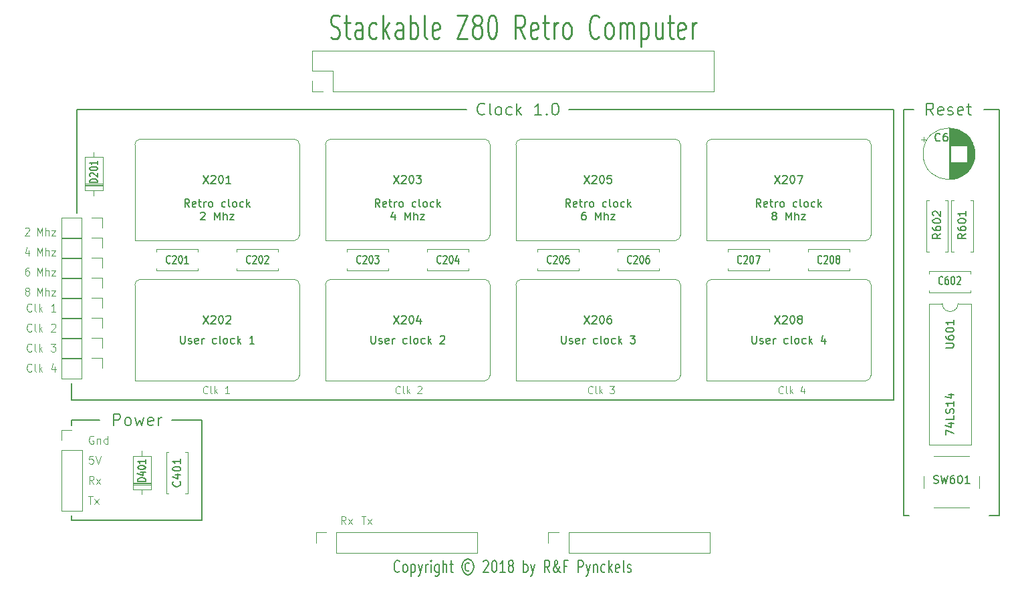
<source format=gto>
%TF.GenerationSoftware,KiCad,Pcbnew,(5.0.0)*%
%TF.CreationDate,2018-10-23T17:22:46+02:00*%
%TF.ProjectId,S80 Clock Power Reset,53383020436C6F636B20506F77657220,1.0*%
%TF.SameCoordinates,Original*%
%TF.FileFunction,Legend,Top*%
%TF.FilePolarity,Positive*%
%FSLAX46Y46*%
G04 Gerber Fmt 4.6, Leading zero omitted, Abs format (unit mm)*
G04 Created by KiCad (PCBNEW (5.0.0)) date 10/23/18 17:22:46*
%MOMM*%
%LPD*%
G01*
G04 APERTURE LIST*
%ADD10C,0.200000*%
%ADD11C,0.100000*%
%ADD12C,0.150000*%
%ADD13C,0.250000*%
%ADD14C,0.120000*%
G04 APERTURE END LIST*
D10*
X94615000Y-93345000D02*
X94615000Y-80264000D01*
X93980000Y-117094000D02*
X93980000Y-114935000D01*
X93980000Y-120269000D02*
X93980000Y-119634000D01*
X93980000Y-131699000D02*
X93980000Y-132334000D01*
D11*
X184073142Y-116145428D02*
X184030285Y-116188285D01*
X183901714Y-116231142D01*
X183816000Y-116231142D01*
X183687428Y-116188285D01*
X183601714Y-116102571D01*
X183558857Y-116016857D01*
X183516000Y-115845428D01*
X183516000Y-115716857D01*
X183558857Y-115545428D01*
X183601714Y-115459714D01*
X183687428Y-115374000D01*
X183816000Y-115331142D01*
X183901714Y-115331142D01*
X184030285Y-115374000D01*
X184073142Y-115416857D01*
X184587428Y-116231142D02*
X184501714Y-116188285D01*
X184458857Y-116102571D01*
X184458857Y-115331142D01*
X184930285Y-116231142D02*
X184930285Y-115331142D01*
X185016000Y-115888285D02*
X185273142Y-116231142D01*
X185273142Y-115631142D02*
X184930285Y-115974000D01*
X186730285Y-115631142D02*
X186730285Y-116231142D01*
X186516000Y-115288285D02*
X186301714Y-115931142D01*
X186858857Y-115931142D01*
X159943142Y-116145428D02*
X159900285Y-116188285D01*
X159771714Y-116231142D01*
X159686000Y-116231142D01*
X159557428Y-116188285D01*
X159471714Y-116102571D01*
X159428857Y-116016857D01*
X159386000Y-115845428D01*
X159386000Y-115716857D01*
X159428857Y-115545428D01*
X159471714Y-115459714D01*
X159557428Y-115374000D01*
X159686000Y-115331142D01*
X159771714Y-115331142D01*
X159900285Y-115374000D01*
X159943142Y-115416857D01*
X160457428Y-116231142D02*
X160371714Y-116188285D01*
X160328857Y-116102571D01*
X160328857Y-115331142D01*
X160800285Y-116231142D02*
X160800285Y-115331142D01*
X160886000Y-115888285D02*
X161143142Y-116231142D01*
X161143142Y-115631142D02*
X160800285Y-115974000D01*
X162128857Y-115331142D02*
X162686000Y-115331142D01*
X162386000Y-115674000D01*
X162514571Y-115674000D01*
X162600285Y-115716857D01*
X162643142Y-115759714D01*
X162686000Y-115845428D01*
X162686000Y-116059714D01*
X162643142Y-116145428D01*
X162600285Y-116188285D01*
X162514571Y-116231142D01*
X162257428Y-116231142D01*
X162171714Y-116188285D01*
X162128857Y-116145428D01*
X135559142Y-116145428D02*
X135516285Y-116188285D01*
X135387714Y-116231142D01*
X135302000Y-116231142D01*
X135173428Y-116188285D01*
X135087714Y-116102571D01*
X135044857Y-116016857D01*
X135002000Y-115845428D01*
X135002000Y-115716857D01*
X135044857Y-115545428D01*
X135087714Y-115459714D01*
X135173428Y-115374000D01*
X135302000Y-115331142D01*
X135387714Y-115331142D01*
X135516285Y-115374000D01*
X135559142Y-115416857D01*
X136073428Y-116231142D02*
X135987714Y-116188285D01*
X135944857Y-116102571D01*
X135944857Y-115331142D01*
X136416285Y-116231142D02*
X136416285Y-115331142D01*
X136502000Y-115888285D02*
X136759142Y-116231142D01*
X136759142Y-115631142D02*
X136416285Y-115974000D01*
X137787714Y-115416857D02*
X137830571Y-115374000D01*
X137916285Y-115331142D01*
X138130571Y-115331142D01*
X138216285Y-115374000D01*
X138259142Y-115416857D01*
X138302000Y-115502571D01*
X138302000Y-115588285D01*
X138259142Y-115716857D01*
X137744857Y-116231142D01*
X138302000Y-116231142D01*
X111175142Y-116145428D02*
X111132285Y-116188285D01*
X111003714Y-116231142D01*
X110918000Y-116231142D01*
X110789428Y-116188285D01*
X110703714Y-116102571D01*
X110660857Y-116016857D01*
X110618000Y-115845428D01*
X110618000Y-115716857D01*
X110660857Y-115545428D01*
X110703714Y-115459714D01*
X110789428Y-115374000D01*
X110918000Y-115331142D01*
X111003714Y-115331142D01*
X111132285Y-115374000D01*
X111175142Y-115416857D01*
X111689428Y-116231142D02*
X111603714Y-116188285D01*
X111560857Y-116102571D01*
X111560857Y-115331142D01*
X112032285Y-116231142D02*
X112032285Y-115331142D01*
X112118000Y-115888285D02*
X112375142Y-116231142D01*
X112375142Y-115631142D02*
X112032285Y-115974000D01*
X113918000Y-116231142D02*
X113403714Y-116231142D01*
X113660857Y-116231142D02*
X113660857Y-115331142D01*
X113575142Y-115459714D01*
X113489428Y-115545428D01*
X113403714Y-115588285D01*
X88885073Y-113387142D02*
X88837454Y-113434761D01*
X88694597Y-113482380D01*
X88599359Y-113482380D01*
X88456502Y-113434761D01*
X88361264Y-113339523D01*
X88313645Y-113244285D01*
X88266026Y-113053809D01*
X88266026Y-112910952D01*
X88313645Y-112720476D01*
X88361264Y-112625238D01*
X88456502Y-112530000D01*
X88599359Y-112482380D01*
X88694597Y-112482380D01*
X88837454Y-112530000D01*
X88885073Y-112577619D01*
X89456502Y-113482380D02*
X89361264Y-113434761D01*
X89313645Y-113339523D01*
X89313645Y-112482380D01*
X89837454Y-113482380D02*
X89837454Y-112482380D01*
X89932692Y-113101428D02*
X90218407Y-113482380D01*
X90218407Y-112815714D02*
X89837454Y-113196666D01*
X91837454Y-112815714D02*
X91837454Y-113482380D01*
X91599359Y-112434761D02*
X91361264Y-113149047D01*
X91980311Y-113149047D01*
X88885073Y-110847142D02*
X88837454Y-110894761D01*
X88694597Y-110942380D01*
X88599359Y-110942380D01*
X88456502Y-110894761D01*
X88361264Y-110799523D01*
X88313645Y-110704285D01*
X88266026Y-110513809D01*
X88266026Y-110370952D01*
X88313645Y-110180476D01*
X88361264Y-110085238D01*
X88456502Y-109990000D01*
X88599359Y-109942380D01*
X88694597Y-109942380D01*
X88837454Y-109990000D01*
X88885073Y-110037619D01*
X89456502Y-110942380D02*
X89361264Y-110894761D01*
X89313645Y-110799523D01*
X89313645Y-109942380D01*
X89837454Y-110942380D02*
X89837454Y-109942380D01*
X89932692Y-110561428D02*
X90218407Y-110942380D01*
X90218407Y-110275714D02*
X89837454Y-110656666D01*
X91313645Y-109942380D02*
X91932692Y-109942380D01*
X91599359Y-110323333D01*
X91742216Y-110323333D01*
X91837454Y-110370952D01*
X91885073Y-110418571D01*
X91932692Y-110513809D01*
X91932692Y-110751904D01*
X91885073Y-110847142D01*
X91837454Y-110894761D01*
X91742216Y-110942380D01*
X91456502Y-110942380D01*
X91361264Y-110894761D01*
X91313645Y-110847142D01*
X88885073Y-108307142D02*
X88837454Y-108354761D01*
X88694597Y-108402380D01*
X88599359Y-108402380D01*
X88456502Y-108354761D01*
X88361264Y-108259523D01*
X88313645Y-108164285D01*
X88266026Y-107973809D01*
X88266026Y-107830952D01*
X88313645Y-107640476D01*
X88361264Y-107545238D01*
X88456502Y-107450000D01*
X88599359Y-107402380D01*
X88694597Y-107402380D01*
X88837454Y-107450000D01*
X88885073Y-107497619D01*
X89456502Y-108402380D02*
X89361264Y-108354761D01*
X89313645Y-108259523D01*
X89313645Y-107402380D01*
X89837454Y-108402380D02*
X89837454Y-107402380D01*
X89932692Y-108021428D02*
X90218407Y-108402380D01*
X90218407Y-107735714D02*
X89837454Y-108116666D01*
X91361264Y-107497619D02*
X91408883Y-107450000D01*
X91504121Y-107402380D01*
X91742216Y-107402380D01*
X91837454Y-107450000D01*
X91885073Y-107497619D01*
X91932692Y-107592857D01*
X91932692Y-107688095D01*
X91885073Y-107830952D01*
X91313645Y-108402380D01*
X91932692Y-108402380D01*
X88885073Y-105767142D02*
X88837454Y-105814761D01*
X88694597Y-105862380D01*
X88599359Y-105862380D01*
X88456502Y-105814761D01*
X88361264Y-105719523D01*
X88313645Y-105624285D01*
X88266026Y-105433809D01*
X88266026Y-105290952D01*
X88313645Y-105100476D01*
X88361264Y-105005238D01*
X88456502Y-104910000D01*
X88599359Y-104862380D01*
X88694597Y-104862380D01*
X88837454Y-104910000D01*
X88885073Y-104957619D01*
X89456502Y-105862380D02*
X89361264Y-105814761D01*
X89313645Y-105719523D01*
X89313645Y-104862380D01*
X89837454Y-105862380D02*
X89837454Y-104862380D01*
X89932692Y-105481428D02*
X90218407Y-105862380D01*
X90218407Y-105195714D02*
X89837454Y-105576666D01*
X91932692Y-105862380D02*
X91361264Y-105862380D01*
X91646978Y-105862380D02*
X91646978Y-104862380D01*
X91551740Y-105005238D01*
X91456502Y-105100476D01*
X91361264Y-105148095D01*
X88238571Y-103258952D02*
X88152857Y-103211333D01*
X88110000Y-103163714D01*
X88067142Y-103068476D01*
X88067142Y-103020857D01*
X88110000Y-102925619D01*
X88152857Y-102878000D01*
X88238571Y-102830380D01*
X88410000Y-102830380D01*
X88495714Y-102878000D01*
X88538571Y-102925619D01*
X88581428Y-103020857D01*
X88581428Y-103068476D01*
X88538571Y-103163714D01*
X88495714Y-103211333D01*
X88410000Y-103258952D01*
X88238571Y-103258952D01*
X88152857Y-103306571D01*
X88110000Y-103354190D01*
X88067142Y-103449428D01*
X88067142Y-103639904D01*
X88110000Y-103735142D01*
X88152857Y-103782761D01*
X88238571Y-103830380D01*
X88410000Y-103830380D01*
X88495714Y-103782761D01*
X88538571Y-103735142D01*
X88581428Y-103639904D01*
X88581428Y-103449428D01*
X88538571Y-103354190D01*
X88495714Y-103306571D01*
X88410000Y-103258952D01*
X89652857Y-103830380D02*
X89652857Y-102830380D01*
X89952857Y-103544666D01*
X90252857Y-102830380D01*
X90252857Y-103830380D01*
X90681428Y-103830380D02*
X90681428Y-102830380D01*
X91067142Y-103830380D02*
X91067142Y-103306571D01*
X91024285Y-103211333D01*
X90938571Y-103163714D01*
X90810000Y-103163714D01*
X90724285Y-103211333D01*
X90681428Y-103258952D01*
X91410000Y-103163714D02*
X91881428Y-103163714D01*
X91410000Y-103830380D01*
X91881428Y-103830380D01*
X88495714Y-100290380D02*
X88324285Y-100290380D01*
X88238571Y-100338000D01*
X88195714Y-100385619D01*
X88110000Y-100528476D01*
X88067142Y-100718952D01*
X88067142Y-101099904D01*
X88110000Y-101195142D01*
X88152857Y-101242761D01*
X88238571Y-101290380D01*
X88410000Y-101290380D01*
X88495714Y-101242761D01*
X88538571Y-101195142D01*
X88581428Y-101099904D01*
X88581428Y-100861809D01*
X88538571Y-100766571D01*
X88495714Y-100718952D01*
X88410000Y-100671333D01*
X88238571Y-100671333D01*
X88152857Y-100718952D01*
X88110000Y-100766571D01*
X88067142Y-100861809D01*
X89652857Y-101290380D02*
X89652857Y-100290380D01*
X89952857Y-101004666D01*
X90252857Y-100290380D01*
X90252857Y-101290380D01*
X90681428Y-101290380D02*
X90681428Y-100290380D01*
X91067142Y-101290380D02*
X91067142Y-100766571D01*
X91024285Y-100671333D01*
X90938571Y-100623714D01*
X90810000Y-100623714D01*
X90724285Y-100671333D01*
X90681428Y-100718952D01*
X91410000Y-100623714D02*
X91881428Y-100623714D01*
X91410000Y-101290380D01*
X91881428Y-101290380D01*
X88495714Y-98083714D02*
X88495714Y-98750380D01*
X88281428Y-97702761D02*
X88067142Y-98417047D01*
X88624285Y-98417047D01*
X89652857Y-98750380D02*
X89652857Y-97750380D01*
X89952857Y-98464666D01*
X90252857Y-97750380D01*
X90252857Y-98750380D01*
X90681428Y-98750380D02*
X90681428Y-97750380D01*
X91067142Y-98750380D02*
X91067142Y-98226571D01*
X91024285Y-98131333D01*
X90938571Y-98083714D01*
X90810000Y-98083714D01*
X90724285Y-98131333D01*
X90681428Y-98178952D01*
X91410000Y-98083714D02*
X91881428Y-98083714D01*
X91410000Y-98750380D01*
X91881428Y-98750380D01*
X88067142Y-95305619D02*
X88110000Y-95258000D01*
X88195714Y-95210380D01*
X88410000Y-95210380D01*
X88495714Y-95258000D01*
X88538571Y-95305619D01*
X88581428Y-95400857D01*
X88581428Y-95496095D01*
X88538571Y-95638952D01*
X88024285Y-96210380D01*
X88581428Y-96210380D01*
X89652857Y-96210380D02*
X89652857Y-95210380D01*
X89952857Y-95924666D01*
X90252857Y-95210380D01*
X90252857Y-96210380D01*
X90681428Y-96210380D02*
X90681428Y-95210380D01*
X91067142Y-96210380D02*
X91067142Y-95686571D01*
X91024285Y-95591333D01*
X90938571Y-95543714D01*
X90810000Y-95543714D01*
X90724285Y-95591333D01*
X90681428Y-95638952D01*
X91410000Y-95543714D02*
X91881428Y-95543714D01*
X91410000Y-96210380D01*
X91881428Y-96210380D01*
D12*
X181261190Y-92591380D02*
X180927857Y-92115190D01*
X180689761Y-92591380D02*
X180689761Y-91591380D01*
X181070714Y-91591380D01*
X181165952Y-91639000D01*
X181213571Y-91686619D01*
X181261190Y-91781857D01*
X181261190Y-91924714D01*
X181213571Y-92019952D01*
X181165952Y-92067571D01*
X181070714Y-92115190D01*
X180689761Y-92115190D01*
X182070714Y-92543761D02*
X181975476Y-92591380D01*
X181785000Y-92591380D01*
X181689761Y-92543761D01*
X181642142Y-92448523D01*
X181642142Y-92067571D01*
X181689761Y-91972333D01*
X181785000Y-91924714D01*
X181975476Y-91924714D01*
X182070714Y-91972333D01*
X182118333Y-92067571D01*
X182118333Y-92162809D01*
X181642142Y-92258047D01*
X182404047Y-91924714D02*
X182785000Y-91924714D01*
X182546904Y-91591380D02*
X182546904Y-92448523D01*
X182594523Y-92543761D01*
X182689761Y-92591380D01*
X182785000Y-92591380D01*
X183118333Y-92591380D02*
X183118333Y-91924714D01*
X183118333Y-92115190D02*
X183165952Y-92019952D01*
X183213571Y-91972333D01*
X183308809Y-91924714D01*
X183404047Y-91924714D01*
X183880238Y-92591380D02*
X183785000Y-92543761D01*
X183737380Y-92496142D01*
X183689761Y-92400904D01*
X183689761Y-92115190D01*
X183737380Y-92019952D01*
X183785000Y-91972333D01*
X183880238Y-91924714D01*
X184023095Y-91924714D01*
X184118333Y-91972333D01*
X184165952Y-92019952D01*
X184213571Y-92115190D01*
X184213571Y-92400904D01*
X184165952Y-92496142D01*
X184118333Y-92543761D01*
X184023095Y-92591380D01*
X183880238Y-92591380D01*
X185832619Y-92543761D02*
X185737380Y-92591380D01*
X185546904Y-92591380D01*
X185451666Y-92543761D01*
X185404047Y-92496142D01*
X185356428Y-92400904D01*
X185356428Y-92115190D01*
X185404047Y-92019952D01*
X185451666Y-91972333D01*
X185546904Y-91924714D01*
X185737380Y-91924714D01*
X185832619Y-91972333D01*
X186404047Y-92591380D02*
X186308809Y-92543761D01*
X186261190Y-92448523D01*
X186261190Y-91591380D01*
X186927857Y-92591380D02*
X186832619Y-92543761D01*
X186785000Y-92496142D01*
X186737380Y-92400904D01*
X186737380Y-92115190D01*
X186785000Y-92019952D01*
X186832619Y-91972333D01*
X186927857Y-91924714D01*
X187070714Y-91924714D01*
X187165952Y-91972333D01*
X187213571Y-92019952D01*
X187261190Y-92115190D01*
X187261190Y-92400904D01*
X187213571Y-92496142D01*
X187165952Y-92543761D01*
X187070714Y-92591380D01*
X186927857Y-92591380D01*
X188118333Y-92543761D02*
X188023095Y-92591380D01*
X187832619Y-92591380D01*
X187737380Y-92543761D01*
X187689761Y-92496142D01*
X187642142Y-92400904D01*
X187642142Y-92115190D01*
X187689761Y-92019952D01*
X187737380Y-91972333D01*
X187832619Y-91924714D01*
X188023095Y-91924714D01*
X188118333Y-91972333D01*
X188546904Y-92591380D02*
X188546904Y-91591380D01*
X188642142Y-92210428D02*
X188927857Y-92591380D01*
X188927857Y-91924714D02*
X188546904Y-92305666D01*
X182880238Y-93669952D02*
X182785000Y-93622333D01*
X182737380Y-93574714D01*
X182689761Y-93479476D01*
X182689761Y-93431857D01*
X182737380Y-93336619D01*
X182785000Y-93289000D01*
X182880238Y-93241380D01*
X183070714Y-93241380D01*
X183165952Y-93289000D01*
X183213571Y-93336619D01*
X183261190Y-93431857D01*
X183261190Y-93479476D01*
X183213571Y-93574714D01*
X183165952Y-93622333D01*
X183070714Y-93669952D01*
X182880238Y-93669952D01*
X182785000Y-93717571D01*
X182737380Y-93765190D01*
X182689761Y-93860428D01*
X182689761Y-94050904D01*
X182737380Y-94146142D01*
X182785000Y-94193761D01*
X182880238Y-94241380D01*
X183070714Y-94241380D01*
X183165952Y-94193761D01*
X183213571Y-94146142D01*
X183261190Y-94050904D01*
X183261190Y-93860428D01*
X183213571Y-93765190D01*
X183165952Y-93717571D01*
X183070714Y-93669952D01*
X184451666Y-94241380D02*
X184451666Y-93241380D01*
X184785000Y-93955666D01*
X185118333Y-93241380D01*
X185118333Y-94241380D01*
X185594523Y-94241380D02*
X185594523Y-93241380D01*
X186023095Y-94241380D02*
X186023095Y-93717571D01*
X185975476Y-93622333D01*
X185880238Y-93574714D01*
X185737380Y-93574714D01*
X185642142Y-93622333D01*
X185594523Y-93669952D01*
X186404047Y-93574714D02*
X186927857Y-93574714D01*
X186404047Y-94241380D01*
X186927857Y-94241380D01*
X157131190Y-92591380D02*
X156797857Y-92115190D01*
X156559761Y-92591380D02*
X156559761Y-91591380D01*
X156940714Y-91591380D01*
X157035952Y-91639000D01*
X157083571Y-91686619D01*
X157131190Y-91781857D01*
X157131190Y-91924714D01*
X157083571Y-92019952D01*
X157035952Y-92067571D01*
X156940714Y-92115190D01*
X156559761Y-92115190D01*
X157940714Y-92543761D02*
X157845476Y-92591380D01*
X157655000Y-92591380D01*
X157559761Y-92543761D01*
X157512142Y-92448523D01*
X157512142Y-92067571D01*
X157559761Y-91972333D01*
X157655000Y-91924714D01*
X157845476Y-91924714D01*
X157940714Y-91972333D01*
X157988333Y-92067571D01*
X157988333Y-92162809D01*
X157512142Y-92258047D01*
X158274047Y-91924714D02*
X158655000Y-91924714D01*
X158416904Y-91591380D02*
X158416904Y-92448523D01*
X158464523Y-92543761D01*
X158559761Y-92591380D01*
X158655000Y-92591380D01*
X158988333Y-92591380D02*
X158988333Y-91924714D01*
X158988333Y-92115190D02*
X159035952Y-92019952D01*
X159083571Y-91972333D01*
X159178809Y-91924714D01*
X159274047Y-91924714D01*
X159750238Y-92591380D02*
X159655000Y-92543761D01*
X159607380Y-92496142D01*
X159559761Y-92400904D01*
X159559761Y-92115190D01*
X159607380Y-92019952D01*
X159655000Y-91972333D01*
X159750238Y-91924714D01*
X159893095Y-91924714D01*
X159988333Y-91972333D01*
X160035952Y-92019952D01*
X160083571Y-92115190D01*
X160083571Y-92400904D01*
X160035952Y-92496142D01*
X159988333Y-92543761D01*
X159893095Y-92591380D01*
X159750238Y-92591380D01*
X161702619Y-92543761D02*
X161607380Y-92591380D01*
X161416904Y-92591380D01*
X161321666Y-92543761D01*
X161274047Y-92496142D01*
X161226428Y-92400904D01*
X161226428Y-92115190D01*
X161274047Y-92019952D01*
X161321666Y-91972333D01*
X161416904Y-91924714D01*
X161607380Y-91924714D01*
X161702619Y-91972333D01*
X162274047Y-92591380D02*
X162178809Y-92543761D01*
X162131190Y-92448523D01*
X162131190Y-91591380D01*
X162797857Y-92591380D02*
X162702619Y-92543761D01*
X162655000Y-92496142D01*
X162607380Y-92400904D01*
X162607380Y-92115190D01*
X162655000Y-92019952D01*
X162702619Y-91972333D01*
X162797857Y-91924714D01*
X162940714Y-91924714D01*
X163035952Y-91972333D01*
X163083571Y-92019952D01*
X163131190Y-92115190D01*
X163131190Y-92400904D01*
X163083571Y-92496142D01*
X163035952Y-92543761D01*
X162940714Y-92591380D01*
X162797857Y-92591380D01*
X163988333Y-92543761D02*
X163893095Y-92591380D01*
X163702619Y-92591380D01*
X163607380Y-92543761D01*
X163559761Y-92496142D01*
X163512142Y-92400904D01*
X163512142Y-92115190D01*
X163559761Y-92019952D01*
X163607380Y-91972333D01*
X163702619Y-91924714D01*
X163893095Y-91924714D01*
X163988333Y-91972333D01*
X164416904Y-92591380D02*
X164416904Y-91591380D01*
X164512142Y-92210428D02*
X164797857Y-92591380D01*
X164797857Y-91924714D02*
X164416904Y-92305666D01*
X159035952Y-93241380D02*
X158845476Y-93241380D01*
X158750238Y-93289000D01*
X158702619Y-93336619D01*
X158607380Y-93479476D01*
X158559761Y-93669952D01*
X158559761Y-94050904D01*
X158607380Y-94146142D01*
X158655000Y-94193761D01*
X158750238Y-94241380D01*
X158940714Y-94241380D01*
X159035952Y-94193761D01*
X159083571Y-94146142D01*
X159131190Y-94050904D01*
X159131190Y-93812809D01*
X159083571Y-93717571D01*
X159035952Y-93669952D01*
X158940714Y-93622333D01*
X158750238Y-93622333D01*
X158655000Y-93669952D01*
X158607380Y-93717571D01*
X158559761Y-93812809D01*
X160321666Y-94241380D02*
X160321666Y-93241380D01*
X160655000Y-93955666D01*
X160988333Y-93241380D01*
X160988333Y-94241380D01*
X161464523Y-94241380D02*
X161464523Y-93241380D01*
X161893095Y-94241380D02*
X161893095Y-93717571D01*
X161845476Y-93622333D01*
X161750238Y-93574714D01*
X161607380Y-93574714D01*
X161512142Y-93622333D01*
X161464523Y-93669952D01*
X162274047Y-93574714D02*
X162797857Y-93574714D01*
X162274047Y-94241380D01*
X162797857Y-94241380D01*
X133001190Y-92591380D02*
X132667857Y-92115190D01*
X132429761Y-92591380D02*
X132429761Y-91591380D01*
X132810714Y-91591380D01*
X132905952Y-91639000D01*
X132953571Y-91686619D01*
X133001190Y-91781857D01*
X133001190Y-91924714D01*
X132953571Y-92019952D01*
X132905952Y-92067571D01*
X132810714Y-92115190D01*
X132429761Y-92115190D01*
X133810714Y-92543761D02*
X133715476Y-92591380D01*
X133525000Y-92591380D01*
X133429761Y-92543761D01*
X133382142Y-92448523D01*
X133382142Y-92067571D01*
X133429761Y-91972333D01*
X133525000Y-91924714D01*
X133715476Y-91924714D01*
X133810714Y-91972333D01*
X133858333Y-92067571D01*
X133858333Y-92162809D01*
X133382142Y-92258047D01*
X134144047Y-91924714D02*
X134525000Y-91924714D01*
X134286904Y-91591380D02*
X134286904Y-92448523D01*
X134334523Y-92543761D01*
X134429761Y-92591380D01*
X134525000Y-92591380D01*
X134858333Y-92591380D02*
X134858333Y-91924714D01*
X134858333Y-92115190D02*
X134905952Y-92019952D01*
X134953571Y-91972333D01*
X135048809Y-91924714D01*
X135144047Y-91924714D01*
X135620238Y-92591380D02*
X135525000Y-92543761D01*
X135477380Y-92496142D01*
X135429761Y-92400904D01*
X135429761Y-92115190D01*
X135477380Y-92019952D01*
X135525000Y-91972333D01*
X135620238Y-91924714D01*
X135763095Y-91924714D01*
X135858333Y-91972333D01*
X135905952Y-92019952D01*
X135953571Y-92115190D01*
X135953571Y-92400904D01*
X135905952Y-92496142D01*
X135858333Y-92543761D01*
X135763095Y-92591380D01*
X135620238Y-92591380D01*
X137572619Y-92543761D02*
X137477380Y-92591380D01*
X137286904Y-92591380D01*
X137191666Y-92543761D01*
X137144047Y-92496142D01*
X137096428Y-92400904D01*
X137096428Y-92115190D01*
X137144047Y-92019952D01*
X137191666Y-91972333D01*
X137286904Y-91924714D01*
X137477380Y-91924714D01*
X137572619Y-91972333D01*
X138144047Y-92591380D02*
X138048809Y-92543761D01*
X138001190Y-92448523D01*
X138001190Y-91591380D01*
X138667857Y-92591380D02*
X138572619Y-92543761D01*
X138525000Y-92496142D01*
X138477380Y-92400904D01*
X138477380Y-92115190D01*
X138525000Y-92019952D01*
X138572619Y-91972333D01*
X138667857Y-91924714D01*
X138810714Y-91924714D01*
X138905952Y-91972333D01*
X138953571Y-92019952D01*
X139001190Y-92115190D01*
X139001190Y-92400904D01*
X138953571Y-92496142D01*
X138905952Y-92543761D01*
X138810714Y-92591380D01*
X138667857Y-92591380D01*
X139858333Y-92543761D02*
X139763095Y-92591380D01*
X139572619Y-92591380D01*
X139477380Y-92543761D01*
X139429761Y-92496142D01*
X139382142Y-92400904D01*
X139382142Y-92115190D01*
X139429761Y-92019952D01*
X139477380Y-91972333D01*
X139572619Y-91924714D01*
X139763095Y-91924714D01*
X139858333Y-91972333D01*
X140286904Y-92591380D02*
X140286904Y-91591380D01*
X140382142Y-92210428D02*
X140667857Y-92591380D01*
X140667857Y-91924714D02*
X140286904Y-92305666D01*
X134905952Y-93574714D02*
X134905952Y-94241380D01*
X134667857Y-93193761D02*
X134429761Y-93908047D01*
X135048809Y-93908047D01*
X136191666Y-94241380D02*
X136191666Y-93241380D01*
X136525000Y-93955666D01*
X136858333Y-93241380D01*
X136858333Y-94241380D01*
X137334523Y-94241380D02*
X137334523Y-93241380D01*
X137763095Y-94241380D02*
X137763095Y-93717571D01*
X137715476Y-93622333D01*
X137620238Y-93574714D01*
X137477380Y-93574714D01*
X137382142Y-93622333D01*
X137334523Y-93669952D01*
X138144047Y-93574714D02*
X138667857Y-93574714D01*
X138144047Y-94241380D01*
X138667857Y-94241380D01*
X108871190Y-92591380D02*
X108537857Y-92115190D01*
X108299761Y-92591380D02*
X108299761Y-91591380D01*
X108680714Y-91591380D01*
X108775952Y-91639000D01*
X108823571Y-91686619D01*
X108871190Y-91781857D01*
X108871190Y-91924714D01*
X108823571Y-92019952D01*
X108775952Y-92067571D01*
X108680714Y-92115190D01*
X108299761Y-92115190D01*
X109680714Y-92543761D02*
X109585476Y-92591380D01*
X109395000Y-92591380D01*
X109299761Y-92543761D01*
X109252142Y-92448523D01*
X109252142Y-92067571D01*
X109299761Y-91972333D01*
X109395000Y-91924714D01*
X109585476Y-91924714D01*
X109680714Y-91972333D01*
X109728333Y-92067571D01*
X109728333Y-92162809D01*
X109252142Y-92258047D01*
X110014047Y-91924714D02*
X110395000Y-91924714D01*
X110156904Y-91591380D02*
X110156904Y-92448523D01*
X110204523Y-92543761D01*
X110299761Y-92591380D01*
X110395000Y-92591380D01*
X110728333Y-92591380D02*
X110728333Y-91924714D01*
X110728333Y-92115190D02*
X110775952Y-92019952D01*
X110823571Y-91972333D01*
X110918809Y-91924714D01*
X111014047Y-91924714D01*
X111490238Y-92591380D02*
X111395000Y-92543761D01*
X111347380Y-92496142D01*
X111299761Y-92400904D01*
X111299761Y-92115190D01*
X111347380Y-92019952D01*
X111395000Y-91972333D01*
X111490238Y-91924714D01*
X111633095Y-91924714D01*
X111728333Y-91972333D01*
X111775952Y-92019952D01*
X111823571Y-92115190D01*
X111823571Y-92400904D01*
X111775952Y-92496142D01*
X111728333Y-92543761D01*
X111633095Y-92591380D01*
X111490238Y-92591380D01*
X113442619Y-92543761D02*
X113347380Y-92591380D01*
X113156904Y-92591380D01*
X113061666Y-92543761D01*
X113014047Y-92496142D01*
X112966428Y-92400904D01*
X112966428Y-92115190D01*
X113014047Y-92019952D01*
X113061666Y-91972333D01*
X113156904Y-91924714D01*
X113347380Y-91924714D01*
X113442619Y-91972333D01*
X114014047Y-92591380D02*
X113918809Y-92543761D01*
X113871190Y-92448523D01*
X113871190Y-91591380D01*
X114537857Y-92591380D02*
X114442619Y-92543761D01*
X114395000Y-92496142D01*
X114347380Y-92400904D01*
X114347380Y-92115190D01*
X114395000Y-92019952D01*
X114442619Y-91972333D01*
X114537857Y-91924714D01*
X114680714Y-91924714D01*
X114775952Y-91972333D01*
X114823571Y-92019952D01*
X114871190Y-92115190D01*
X114871190Y-92400904D01*
X114823571Y-92496142D01*
X114775952Y-92543761D01*
X114680714Y-92591380D01*
X114537857Y-92591380D01*
X115728333Y-92543761D02*
X115633095Y-92591380D01*
X115442619Y-92591380D01*
X115347380Y-92543761D01*
X115299761Y-92496142D01*
X115252142Y-92400904D01*
X115252142Y-92115190D01*
X115299761Y-92019952D01*
X115347380Y-91972333D01*
X115442619Y-91924714D01*
X115633095Y-91924714D01*
X115728333Y-91972333D01*
X116156904Y-92591380D02*
X116156904Y-91591380D01*
X116252142Y-92210428D02*
X116537857Y-92591380D01*
X116537857Y-91924714D02*
X116156904Y-92305666D01*
X110299761Y-93336619D02*
X110347380Y-93289000D01*
X110442619Y-93241380D01*
X110680714Y-93241380D01*
X110775952Y-93289000D01*
X110823571Y-93336619D01*
X110871190Y-93431857D01*
X110871190Y-93527095D01*
X110823571Y-93669952D01*
X110252142Y-94241380D01*
X110871190Y-94241380D01*
X112061666Y-94241380D02*
X112061666Y-93241380D01*
X112395000Y-93955666D01*
X112728333Y-93241380D01*
X112728333Y-94241380D01*
X113204523Y-94241380D02*
X113204523Y-93241380D01*
X113633095Y-94241380D02*
X113633095Y-93717571D01*
X113585476Y-93622333D01*
X113490238Y-93574714D01*
X113347380Y-93574714D01*
X113252142Y-93622333D01*
X113204523Y-93669952D01*
X114014047Y-93574714D02*
X114537857Y-93574714D01*
X114014047Y-94241380D01*
X114537857Y-94241380D01*
X180142142Y-108926380D02*
X180142142Y-109735904D01*
X180189761Y-109831142D01*
X180237380Y-109878761D01*
X180332619Y-109926380D01*
X180523095Y-109926380D01*
X180618333Y-109878761D01*
X180665952Y-109831142D01*
X180713571Y-109735904D01*
X180713571Y-108926380D01*
X181142142Y-109878761D02*
X181237380Y-109926380D01*
X181427857Y-109926380D01*
X181523095Y-109878761D01*
X181570714Y-109783523D01*
X181570714Y-109735904D01*
X181523095Y-109640666D01*
X181427857Y-109593047D01*
X181285000Y-109593047D01*
X181189761Y-109545428D01*
X181142142Y-109450190D01*
X181142142Y-109402571D01*
X181189761Y-109307333D01*
X181285000Y-109259714D01*
X181427857Y-109259714D01*
X181523095Y-109307333D01*
X182380238Y-109878761D02*
X182285000Y-109926380D01*
X182094523Y-109926380D01*
X181999285Y-109878761D01*
X181951666Y-109783523D01*
X181951666Y-109402571D01*
X181999285Y-109307333D01*
X182094523Y-109259714D01*
X182285000Y-109259714D01*
X182380238Y-109307333D01*
X182427857Y-109402571D01*
X182427857Y-109497809D01*
X181951666Y-109593047D01*
X182856428Y-109926380D02*
X182856428Y-109259714D01*
X182856428Y-109450190D02*
X182904047Y-109354952D01*
X182951666Y-109307333D01*
X183046904Y-109259714D01*
X183142142Y-109259714D01*
X184665952Y-109878761D02*
X184570714Y-109926380D01*
X184380238Y-109926380D01*
X184285000Y-109878761D01*
X184237380Y-109831142D01*
X184189761Y-109735904D01*
X184189761Y-109450190D01*
X184237380Y-109354952D01*
X184285000Y-109307333D01*
X184380238Y-109259714D01*
X184570714Y-109259714D01*
X184665952Y-109307333D01*
X185237380Y-109926380D02*
X185142142Y-109878761D01*
X185094523Y-109783523D01*
X185094523Y-108926380D01*
X185761190Y-109926380D02*
X185665952Y-109878761D01*
X185618333Y-109831142D01*
X185570714Y-109735904D01*
X185570714Y-109450190D01*
X185618333Y-109354952D01*
X185665952Y-109307333D01*
X185761190Y-109259714D01*
X185904047Y-109259714D01*
X185999285Y-109307333D01*
X186046904Y-109354952D01*
X186094523Y-109450190D01*
X186094523Y-109735904D01*
X186046904Y-109831142D01*
X185999285Y-109878761D01*
X185904047Y-109926380D01*
X185761190Y-109926380D01*
X186951666Y-109878761D02*
X186856428Y-109926380D01*
X186665952Y-109926380D01*
X186570714Y-109878761D01*
X186523095Y-109831142D01*
X186475476Y-109735904D01*
X186475476Y-109450190D01*
X186523095Y-109354952D01*
X186570714Y-109307333D01*
X186665952Y-109259714D01*
X186856428Y-109259714D01*
X186951666Y-109307333D01*
X187380238Y-109926380D02*
X187380238Y-108926380D01*
X187475476Y-109545428D02*
X187761190Y-109926380D01*
X187761190Y-109259714D02*
X187380238Y-109640666D01*
X189380238Y-109259714D02*
X189380238Y-109926380D01*
X189142142Y-108878761D02*
X188904047Y-109593047D01*
X189523095Y-109593047D01*
X156012142Y-108926380D02*
X156012142Y-109735904D01*
X156059761Y-109831142D01*
X156107380Y-109878761D01*
X156202619Y-109926380D01*
X156393095Y-109926380D01*
X156488333Y-109878761D01*
X156535952Y-109831142D01*
X156583571Y-109735904D01*
X156583571Y-108926380D01*
X157012142Y-109878761D02*
X157107380Y-109926380D01*
X157297857Y-109926380D01*
X157393095Y-109878761D01*
X157440714Y-109783523D01*
X157440714Y-109735904D01*
X157393095Y-109640666D01*
X157297857Y-109593047D01*
X157155000Y-109593047D01*
X157059761Y-109545428D01*
X157012142Y-109450190D01*
X157012142Y-109402571D01*
X157059761Y-109307333D01*
X157155000Y-109259714D01*
X157297857Y-109259714D01*
X157393095Y-109307333D01*
X158250238Y-109878761D02*
X158155000Y-109926380D01*
X157964523Y-109926380D01*
X157869285Y-109878761D01*
X157821666Y-109783523D01*
X157821666Y-109402571D01*
X157869285Y-109307333D01*
X157964523Y-109259714D01*
X158155000Y-109259714D01*
X158250238Y-109307333D01*
X158297857Y-109402571D01*
X158297857Y-109497809D01*
X157821666Y-109593047D01*
X158726428Y-109926380D02*
X158726428Y-109259714D01*
X158726428Y-109450190D02*
X158774047Y-109354952D01*
X158821666Y-109307333D01*
X158916904Y-109259714D01*
X159012142Y-109259714D01*
X160535952Y-109878761D02*
X160440714Y-109926380D01*
X160250238Y-109926380D01*
X160155000Y-109878761D01*
X160107380Y-109831142D01*
X160059761Y-109735904D01*
X160059761Y-109450190D01*
X160107380Y-109354952D01*
X160155000Y-109307333D01*
X160250238Y-109259714D01*
X160440714Y-109259714D01*
X160535952Y-109307333D01*
X161107380Y-109926380D02*
X161012142Y-109878761D01*
X160964523Y-109783523D01*
X160964523Y-108926380D01*
X161631190Y-109926380D02*
X161535952Y-109878761D01*
X161488333Y-109831142D01*
X161440714Y-109735904D01*
X161440714Y-109450190D01*
X161488333Y-109354952D01*
X161535952Y-109307333D01*
X161631190Y-109259714D01*
X161774047Y-109259714D01*
X161869285Y-109307333D01*
X161916904Y-109354952D01*
X161964523Y-109450190D01*
X161964523Y-109735904D01*
X161916904Y-109831142D01*
X161869285Y-109878761D01*
X161774047Y-109926380D01*
X161631190Y-109926380D01*
X162821666Y-109878761D02*
X162726428Y-109926380D01*
X162535952Y-109926380D01*
X162440714Y-109878761D01*
X162393095Y-109831142D01*
X162345476Y-109735904D01*
X162345476Y-109450190D01*
X162393095Y-109354952D01*
X162440714Y-109307333D01*
X162535952Y-109259714D01*
X162726428Y-109259714D01*
X162821666Y-109307333D01*
X163250238Y-109926380D02*
X163250238Y-108926380D01*
X163345476Y-109545428D02*
X163631190Y-109926380D01*
X163631190Y-109259714D02*
X163250238Y-109640666D01*
X164726428Y-108926380D02*
X165345476Y-108926380D01*
X165012142Y-109307333D01*
X165155000Y-109307333D01*
X165250238Y-109354952D01*
X165297857Y-109402571D01*
X165345476Y-109497809D01*
X165345476Y-109735904D01*
X165297857Y-109831142D01*
X165250238Y-109878761D01*
X165155000Y-109926380D01*
X164869285Y-109926380D01*
X164774047Y-109878761D01*
X164726428Y-109831142D01*
X107752142Y-108926380D02*
X107752142Y-109735904D01*
X107799761Y-109831142D01*
X107847380Y-109878761D01*
X107942619Y-109926380D01*
X108133095Y-109926380D01*
X108228333Y-109878761D01*
X108275952Y-109831142D01*
X108323571Y-109735904D01*
X108323571Y-108926380D01*
X108752142Y-109878761D02*
X108847380Y-109926380D01*
X109037857Y-109926380D01*
X109133095Y-109878761D01*
X109180714Y-109783523D01*
X109180714Y-109735904D01*
X109133095Y-109640666D01*
X109037857Y-109593047D01*
X108895000Y-109593047D01*
X108799761Y-109545428D01*
X108752142Y-109450190D01*
X108752142Y-109402571D01*
X108799761Y-109307333D01*
X108895000Y-109259714D01*
X109037857Y-109259714D01*
X109133095Y-109307333D01*
X109990238Y-109878761D02*
X109895000Y-109926380D01*
X109704523Y-109926380D01*
X109609285Y-109878761D01*
X109561666Y-109783523D01*
X109561666Y-109402571D01*
X109609285Y-109307333D01*
X109704523Y-109259714D01*
X109895000Y-109259714D01*
X109990238Y-109307333D01*
X110037857Y-109402571D01*
X110037857Y-109497809D01*
X109561666Y-109593047D01*
X110466428Y-109926380D02*
X110466428Y-109259714D01*
X110466428Y-109450190D02*
X110514047Y-109354952D01*
X110561666Y-109307333D01*
X110656904Y-109259714D01*
X110752142Y-109259714D01*
X112275952Y-109878761D02*
X112180714Y-109926380D01*
X111990238Y-109926380D01*
X111895000Y-109878761D01*
X111847380Y-109831142D01*
X111799761Y-109735904D01*
X111799761Y-109450190D01*
X111847380Y-109354952D01*
X111895000Y-109307333D01*
X111990238Y-109259714D01*
X112180714Y-109259714D01*
X112275952Y-109307333D01*
X112847380Y-109926380D02*
X112752142Y-109878761D01*
X112704523Y-109783523D01*
X112704523Y-108926380D01*
X113371190Y-109926380D02*
X113275952Y-109878761D01*
X113228333Y-109831142D01*
X113180714Y-109735904D01*
X113180714Y-109450190D01*
X113228333Y-109354952D01*
X113275952Y-109307333D01*
X113371190Y-109259714D01*
X113514047Y-109259714D01*
X113609285Y-109307333D01*
X113656904Y-109354952D01*
X113704523Y-109450190D01*
X113704523Y-109735904D01*
X113656904Y-109831142D01*
X113609285Y-109878761D01*
X113514047Y-109926380D01*
X113371190Y-109926380D01*
X114561666Y-109878761D02*
X114466428Y-109926380D01*
X114275952Y-109926380D01*
X114180714Y-109878761D01*
X114133095Y-109831142D01*
X114085476Y-109735904D01*
X114085476Y-109450190D01*
X114133095Y-109354952D01*
X114180714Y-109307333D01*
X114275952Y-109259714D01*
X114466428Y-109259714D01*
X114561666Y-109307333D01*
X114990238Y-109926380D02*
X114990238Y-108926380D01*
X115085476Y-109545428D02*
X115371190Y-109926380D01*
X115371190Y-109259714D02*
X114990238Y-109640666D01*
X117085476Y-109926380D02*
X116514047Y-109926380D01*
X116799761Y-109926380D02*
X116799761Y-108926380D01*
X116704523Y-109069238D01*
X116609285Y-109164476D01*
X116514047Y-109212095D01*
X131882142Y-108926380D02*
X131882142Y-109735904D01*
X131929761Y-109831142D01*
X131977380Y-109878761D01*
X132072619Y-109926380D01*
X132263095Y-109926380D01*
X132358333Y-109878761D01*
X132405952Y-109831142D01*
X132453571Y-109735904D01*
X132453571Y-108926380D01*
X132882142Y-109878761D02*
X132977380Y-109926380D01*
X133167857Y-109926380D01*
X133263095Y-109878761D01*
X133310714Y-109783523D01*
X133310714Y-109735904D01*
X133263095Y-109640666D01*
X133167857Y-109593047D01*
X133025000Y-109593047D01*
X132929761Y-109545428D01*
X132882142Y-109450190D01*
X132882142Y-109402571D01*
X132929761Y-109307333D01*
X133025000Y-109259714D01*
X133167857Y-109259714D01*
X133263095Y-109307333D01*
X134120238Y-109878761D02*
X134025000Y-109926380D01*
X133834523Y-109926380D01*
X133739285Y-109878761D01*
X133691666Y-109783523D01*
X133691666Y-109402571D01*
X133739285Y-109307333D01*
X133834523Y-109259714D01*
X134025000Y-109259714D01*
X134120238Y-109307333D01*
X134167857Y-109402571D01*
X134167857Y-109497809D01*
X133691666Y-109593047D01*
X134596428Y-109926380D02*
X134596428Y-109259714D01*
X134596428Y-109450190D02*
X134644047Y-109354952D01*
X134691666Y-109307333D01*
X134786904Y-109259714D01*
X134882142Y-109259714D01*
X136405952Y-109878761D02*
X136310714Y-109926380D01*
X136120238Y-109926380D01*
X136025000Y-109878761D01*
X135977380Y-109831142D01*
X135929761Y-109735904D01*
X135929761Y-109450190D01*
X135977380Y-109354952D01*
X136025000Y-109307333D01*
X136120238Y-109259714D01*
X136310714Y-109259714D01*
X136405952Y-109307333D01*
X136977380Y-109926380D02*
X136882142Y-109878761D01*
X136834523Y-109783523D01*
X136834523Y-108926380D01*
X137501190Y-109926380D02*
X137405952Y-109878761D01*
X137358333Y-109831142D01*
X137310714Y-109735904D01*
X137310714Y-109450190D01*
X137358333Y-109354952D01*
X137405952Y-109307333D01*
X137501190Y-109259714D01*
X137644047Y-109259714D01*
X137739285Y-109307333D01*
X137786904Y-109354952D01*
X137834523Y-109450190D01*
X137834523Y-109735904D01*
X137786904Y-109831142D01*
X137739285Y-109878761D01*
X137644047Y-109926380D01*
X137501190Y-109926380D01*
X138691666Y-109878761D02*
X138596428Y-109926380D01*
X138405952Y-109926380D01*
X138310714Y-109878761D01*
X138263095Y-109831142D01*
X138215476Y-109735904D01*
X138215476Y-109450190D01*
X138263095Y-109354952D01*
X138310714Y-109307333D01*
X138405952Y-109259714D01*
X138596428Y-109259714D01*
X138691666Y-109307333D01*
X139120238Y-109926380D02*
X139120238Y-108926380D01*
X139215476Y-109545428D02*
X139501190Y-109926380D01*
X139501190Y-109259714D02*
X139120238Y-109640666D01*
X140644047Y-109021619D02*
X140691666Y-108974000D01*
X140786904Y-108926380D01*
X141025000Y-108926380D01*
X141120238Y-108974000D01*
X141167857Y-109021619D01*
X141215476Y-109116857D01*
X141215476Y-109212095D01*
X141167857Y-109354952D01*
X140596428Y-109926380D01*
X141215476Y-109926380D01*
D10*
X156972000Y-80264000D02*
X198120000Y-80264000D01*
X94615000Y-80264000D02*
X144018000Y-80264000D01*
X146280714Y-80799714D02*
X146209285Y-80871142D01*
X145995000Y-80942571D01*
X145852142Y-80942571D01*
X145637857Y-80871142D01*
X145495000Y-80728285D01*
X145423571Y-80585428D01*
X145352142Y-80299714D01*
X145352142Y-80085428D01*
X145423571Y-79799714D01*
X145495000Y-79656857D01*
X145637857Y-79514000D01*
X145852142Y-79442571D01*
X145995000Y-79442571D01*
X146209285Y-79514000D01*
X146280714Y-79585428D01*
X147137857Y-80942571D02*
X146995000Y-80871142D01*
X146923571Y-80728285D01*
X146923571Y-79442571D01*
X147923571Y-80942571D02*
X147780714Y-80871142D01*
X147709285Y-80799714D01*
X147637857Y-80656857D01*
X147637857Y-80228285D01*
X147709285Y-80085428D01*
X147780714Y-80014000D01*
X147923571Y-79942571D01*
X148137857Y-79942571D01*
X148280714Y-80014000D01*
X148352142Y-80085428D01*
X148423571Y-80228285D01*
X148423571Y-80656857D01*
X148352142Y-80799714D01*
X148280714Y-80871142D01*
X148137857Y-80942571D01*
X147923571Y-80942571D01*
X149709285Y-80871142D02*
X149566428Y-80942571D01*
X149280714Y-80942571D01*
X149137857Y-80871142D01*
X149066428Y-80799714D01*
X148995000Y-80656857D01*
X148995000Y-80228285D01*
X149066428Y-80085428D01*
X149137857Y-80014000D01*
X149280714Y-79942571D01*
X149566428Y-79942571D01*
X149709285Y-80014000D01*
X150352142Y-80942571D02*
X150352142Y-79442571D01*
X150495000Y-80371142D02*
X150923571Y-80942571D01*
X150923571Y-79942571D02*
X150352142Y-80514000D01*
X153495000Y-80942571D02*
X152637857Y-80942571D01*
X153066428Y-80942571D02*
X153066428Y-79442571D01*
X152923571Y-79656857D01*
X152780714Y-79799714D01*
X152637857Y-79871142D01*
X154137857Y-80799714D02*
X154209285Y-80871142D01*
X154137857Y-80942571D01*
X154066428Y-80871142D01*
X154137857Y-80799714D01*
X154137857Y-80942571D01*
X155137857Y-79442571D02*
X155280714Y-79442571D01*
X155423571Y-79514000D01*
X155495000Y-79585428D01*
X155566428Y-79728285D01*
X155637857Y-80014000D01*
X155637857Y-80371142D01*
X155566428Y-80656857D01*
X155495000Y-80799714D01*
X155423571Y-80871142D01*
X155280714Y-80942571D01*
X155137857Y-80942571D01*
X154995000Y-80871142D01*
X154923571Y-80799714D01*
X154852142Y-80656857D01*
X154780714Y-80371142D01*
X154780714Y-80014000D01*
X154852142Y-79728285D01*
X154923571Y-79585428D01*
X154995000Y-79514000D01*
X155137857Y-79442571D01*
X198120000Y-80264000D02*
X198120000Y-117094000D01*
X198120000Y-117094000D02*
X93980000Y-117094000D01*
X99270714Y-120312571D02*
X99270714Y-118812571D01*
X99842142Y-118812571D01*
X99985000Y-118884000D01*
X100056428Y-118955428D01*
X100127857Y-119098285D01*
X100127857Y-119312571D01*
X100056428Y-119455428D01*
X99985000Y-119526857D01*
X99842142Y-119598285D01*
X99270714Y-119598285D01*
X100985000Y-120312571D02*
X100842142Y-120241142D01*
X100770714Y-120169714D01*
X100699285Y-120026857D01*
X100699285Y-119598285D01*
X100770714Y-119455428D01*
X100842142Y-119384000D01*
X100985000Y-119312571D01*
X101199285Y-119312571D01*
X101342142Y-119384000D01*
X101413571Y-119455428D01*
X101485000Y-119598285D01*
X101485000Y-120026857D01*
X101413571Y-120169714D01*
X101342142Y-120241142D01*
X101199285Y-120312571D01*
X100985000Y-120312571D01*
X101985000Y-119312571D02*
X102270714Y-120312571D01*
X102556428Y-119598285D01*
X102842142Y-120312571D01*
X103127857Y-119312571D01*
X104270714Y-120241142D02*
X104127857Y-120312571D01*
X103842142Y-120312571D01*
X103699285Y-120241142D01*
X103627857Y-120098285D01*
X103627857Y-119526857D01*
X103699285Y-119384000D01*
X103842142Y-119312571D01*
X104127857Y-119312571D01*
X104270714Y-119384000D01*
X104342142Y-119526857D01*
X104342142Y-119669714D01*
X103627857Y-119812571D01*
X104985000Y-120312571D02*
X104985000Y-119312571D01*
X104985000Y-119598285D02*
X105056428Y-119455428D01*
X105127857Y-119384000D01*
X105270714Y-119312571D01*
X105413571Y-119312571D01*
X93980000Y-119634000D02*
X97536000Y-119634000D01*
X110490000Y-119634000D02*
X106680000Y-119634000D01*
X110490000Y-132334000D02*
X110490000Y-119634000D01*
X93980000Y-132334000D02*
X110490000Y-132334000D01*
X200025000Y-131699000D02*
X199390000Y-131699000D01*
X211455000Y-131699000D02*
X210185000Y-131699000D01*
X211455000Y-131699000D02*
X211455000Y-80264000D01*
X199390000Y-80264000D02*
X200660000Y-80264000D01*
X199390000Y-80264000D02*
X199390000Y-131699000D01*
X209550000Y-80264000D02*
X211455000Y-80264000D01*
X203120857Y-80942571D02*
X202620857Y-80228285D01*
X202263714Y-80942571D02*
X202263714Y-79442571D01*
X202835142Y-79442571D01*
X202978000Y-79514000D01*
X203049428Y-79585428D01*
X203120857Y-79728285D01*
X203120857Y-79942571D01*
X203049428Y-80085428D01*
X202978000Y-80156857D01*
X202835142Y-80228285D01*
X202263714Y-80228285D01*
X204335142Y-80871142D02*
X204192285Y-80942571D01*
X203906571Y-80942571D01*
X203763714Y-80871142D01*
X203692285Y-80728285D01*
X203692285Y-80156857D01*
X203763714Y-80014000D01*
X203906571Y-79942571D01*
X204192285Y-79942571D01*
X204335142Y-80014000D01*
X204406571Y-80156857D01*
X204406571Y-80299714D01*
X203692285Y-80442571D01*
X204978000Y-80871142D02*
X205120857Y-80942571D01*
X205406571Y-80942571D01*
X205549428Y-80871142D01*
X205620857Y-80728285D01*
X205620857Y-80656857D01*
X205549428Y-80514000D01*
X205406571Y-80442571D01*
X205192285Y-80442571D01*
X205049428Y-80371142D01*
X204978000Y-80228285D01*
X204978000Y-80156857D01*
X205049428Y-80014000D01*
X205192285Y-79942571D01*
X205406571Y-79942571D01*
X205549428Y-80014000D01*
X206835142Y-80871142D02*
X206692285Y-80942571D01*
X206406571Y-80942571D01*
X206263714Y-80871142D01*
X206192285Y-80728285D01*
X206192285Y-80156857D01*
X206263714Y-80014000D01*
X206406571Y-79942571D01*
X206692285Y-79942571D01*
X206835142Y-80014000D01*
X206906571Y-80156857D01*
X206906571Y-80299714D01*
X206192285Y-80442571D01*
X207335142Y-79942571D02*
X207906571Y-79942571D01*
X207549428Y-79442571D02*
X207549428Y-80728285D01*
X207620857Y-80871142D01*
X207763714Y-80942571D01*
X207906571Y-80942571D01*
D11*
X96711904Y-121674000D02*
X96616666Y-121626380D01*
X96473809Y-121626380D01*
X96330952Y-121674000D01*
X96235714Y-121769238D01*
X96188095Y-121864476D01*
X96140476Y-122054952D01*
X96140476Y-122197809D01*
X96188095Y-122388285D01*
X96235714Y-122483523D01*
X96330952Y-122578761D01*
X96473809Y-122626380D01*
X96569047Y-122626380D01*
X96711904Y-122578761D01*
X96759523Y-122531142D01*
X96759523Y-122197809D01*
X96569047Y-122197809D01*
X97188095Y-121959714D02*
X97188095Y-122626380D01*
X97188095Y-122054952D02*
X97235714Y-122007333D01*
X97330952Y-121959714D01*
X97473809Y-121959714D01*
X97569047Y-122007333D01*
X97616666Y-122102571D01*
X97616666Y-122626380D01*
X98521428Y-122626380D02*
X98521428Y-121626380D01*
X98521428Y-122578761D02*
X98426190Y-122626380D01*
X98235714Y-122626380D01*
X98140476Y-122578761D01*
X98092857Y-122531142D01*
X98045238Y-122435904D01*
X98045238Y-122150190D01*
X98092857Y-122054952D01*
X98140476Y-122007333D01*
X98235714Y-121959714D01*
X98426190Y-121959714D01*
X98521428Y-122007333D01*
X96664285Y-124166380D02*
X96188095Y-124166380D01*
X96140476Y-124642571D01*
X96188095Y-124594952D01*
X96283333Y-124547333D01*
X96521428Y-124547333D01*
X96616666Y-124594952D01*
X96664285Y-124642571D01*
X96711904Y-124737809D01*
X96711904Y-124975904D01*
X96664285Y-125071142D01*
X96616666Y-125118761D01*
X96521428Y-125166380D01*
X96283333Y-125166380D01*
X96188095Y-125118761D01*
X96140476Y-125071142D01*
X96997619Y-124166380D02*
X97330952Y-125166380D01*
X97664285Y-124166380D01*
X96045238Y-129246380D02*
X96616666Y-129246380D01*
X96330952Y-130246380D02*
X96330952Y-129246380D01*
X96854761Y-130246380D02*
X97378571Y-129579714D01*
X96854761Y-129579714D02*
X97378571Y-130246380D01*
X96759523Y-127706380D02*
X96426190Y-127230190D01*
X96188095Y-127706380D02*
X96188095Y-126706380D01*
X96569047Y-126706380D01*
X96664285Y-126754000D01*
X96711904Y-126801619D01*
X96759523Y-126896857D01*
X96759523Y-127039714D01*
X96711904Y-127134952D01*
X96664285Y-127182571D01*
X96569047Y-127230190D01*
X96188095Y-127230190D01*
X97092857Y-127706380D02*
X97616666Y-127039714D01*
X97092857Y-127039714D02*
X97616666Y-127706380D01*
X130649523Y-131802380D02*
X131220952Y-131802380D01*
X130935238Y-132802380D02*
X130935238Y-131802380D01*
X131459047Y-132802380D02*
X131982857Y-132135714D01*
X131459047Y-132135714D02*
X131982857Y-132802380D01*
X128684761Y-132802380D02*
X128351428Y-132326190D01*
X128113333Y-132802380D02*
X128113333Y-131802380D01*
X128494285Y-131802380D01*
X128589523Y-131850000D01*
X128637142Y-131897619D01*
X128684761Y-131992857D01*
X128684761Y-132135714D01*
X128637142Y-132230952D01*
X128589523Y-132278571D01*
X128494285Y-132326190D01*
X128113333Y-132326190D01*
X129018095Y-132802380D02*
X129541904Y-132135714D01*
X129018095Y-132135714D02*
X129541904Y-132802380D01*
D12*
X135503329Y-138782834D02*
X135450948Y-138854262D01*
X135293805Y-138925691D01*
X135189043Y-138925691D01*
X135031900Y-138854262D01*
X134927139Y-138711405D01*
X134874758Y-138568548D01*
X134822377Y-138282834D01*
X134822377Y-138068548D01*
X134874758Y-137782834D01*
X134927139Y-137639977D01*
X135031900Y-137497120D01*
X135189043Y-137425691D01*
X135293805Y-137425691D01*
X135450948Y-137497120D01*
X135503329Y-137568548D01*
X136131900Y-138925691D02*
X136027139Y-138854262D01*
X135974758Y-138782834D01*
X135922377Y-138639977D01*
X135922377Y-138211405D01*
X135974758Y-138068548D01*
X136027139Y-137997120D01*
X136131900Y-137925691D01*
X136289043Y-137925691D01*
X136393805Y-137997120D01*
X136446186Y-138068548D01*
X136498567Y-138211405D01*
X136498567Y-138639977D01*
X136446186Y-138782834D01*
X136393805Y-138854262D01*
X136289043Y-138925691D01*
X136131900Y-138925691D01*
X136969996Y-137925691D02*
X136969996Y-139425691D01*
X136969996Y-137997120D02*
X137074758Y-137925691D01*
X137284281Y-137925691D01*
X137389043Y-137997120D01*
X137441424Y-138068548D01*
X137493805Y-138211405D01*
X137493805Y-138639977D01*
X137441424Y-138782834D01*
X137389043Y-138854262D01*
X137284281Y-138925691D01*
X137074758Y-138925691D01*
X136969996Y-138854262D01*
X137860472Y-137925691D02*
X138122377Y-138925691D01*
X138384281Y-137925691D02*
X138122377Y-138925691D01*
X138017615Y-139282834D01*
X137965234Y-139354262D01*
X137860472Y-139425691D01*
X138803329Y-138925691D02*
X138803329Y-137925691D01*
X138803329Y-138211405D02*
X138855710Y-138068548D01*
X138908091Y-137997120D01*
X139012853Y-137925691D01*
X139117615Y-137925691D01*
X139484281Y-138925691D02*
X139484281Y-137925691D01*
X139484281Y-137425691D02*
X139431900Y-137497120D01*
X139484281Y-137568548D01*
X139536662Y-137497120D01*
X139484281Y-137425691D01*
X139484281Y-137568548D01*
X140479520Y-137925691D02*
X140479520Y-139139977D01*
X140427139Y-139282834D01*
X140374758Y-139354262D01*
X140269996Y-139425691D01*
X140112853Y-139425691D01*
X140008091Y-139354262D01*
X140479520Y-138854262D02*
X140374758Y-138925691D01*
X140165234Y-138925691D01*
X140060472Y-138854262D01*
X140008091Y-138782834D01*
X139955710Y-138639977D01*
X139955710Y-138211405D01*
X140008091Y-138068548D01*
X140060472Y-137997120D01*
X140165234Y-137925691D01*
X140374758Y-137925691D01*
X140479520Y-137997120D01*
X141003329Y-138925691D02*
X141003329Y-137425691D01*
X141474758Y-138925691D02*
X141474758Y-138139977D01*
X141422377Y-137997120D01*
X141317615Y-137925691D01*
X141160472Y-137925691D01*
X141055710Y-137997120D01*
X141003329Y-138068548D01*
X141841424Y-137925691D02*
X142260472Y-137925691D01*
X141998567Y-137425691D02*
X141998567Y-138711405D01*
X142050948Y-138854262D01*
X142155710Y-138925691D01*
X142260472Y-138925691D01*
X144355710Y-137782834D02*
X144250948Y-137711405D01*
X144041424Y-137711405D01*
X143936662Y-137782834D01*
X143831900Y-137925691D01*
X143779520Y-138068548D01*
X143779520Y-138354262D01*
X143831900Y-138497120D01*
X143936662Y-138639977D01*
X144041424Y-138711405D01*
X144250948Y-138711405D01*
X144355710Y-138639977D01*
X144146186Y-137211405D02*
X143884281Y-137282834D01*
X143622377Y-137497120D01*
X143465234Y-137854262D01*
X143412853Y-138211405D01*
X143465234Y-138568548D01*
X143622377Y-138925691D01*
X143884281Y-139139977D01*
X144146186Y-139211405D01*
X144408091Y-139139977D01*
X144669996Y-138925691D01*
X144827139Y-138568548D01*
X144879520Y-138211405D01*
X144827139Y-137854262D01*
X144669996Y-137497120D01*
X144408091Y-137282834D01*
X144146186Y-137211405D01*
X146136662Y-137568548D02*
X146189043Y-137497120D01*
X146293805Y-137425691D01*
X146555710Y-137425691D01*
X146660472Y-137497120D01*
X146712853Y-137568548D01*
X146765234Y-137711405D01*
X146765234Y-137854262D01*
X146712853Y-138068548D01*
X146084281Y-138925691D01*
X146765234Y-138925691D01*
X147446186Y-137425691D02*
X147550948Y-137425691D01*
X147655710Y-137497120D01*
X147708091Y-137568548D01*
X147760472Y-137711405D01*
X147812853Y-137997120D01*
X147812853Y-138354262D01*
X147760472Y-138639977D01*
X147708091Y-138782834D01*
X147655710Y-138854262D01*
X147550948Y-138925691D01*
X147446186Y-138925691D01*
X147341424Y-138854262D01*
X147289043Y-138782834D01*
X147236662Y-138639977D01*
X147184281Y-138354262D01*
X147184281Y-137997120D01*
X147236662Y-137711405D01*
X147289043Y-137568548D01*
X147341424Y-137497120D01*
X147446186Y-137425691D01*
X148860472Y-138925691D02*
X148231900Y-138925691D01*
X148546186Y-138925691D02*
X148546186Y-137425691D01*
X148441424Y-137639977D01*
X148336662Y-137782834D01*
X148231900Y-137854262D01*
X149489043Y-138068548D02*
X149384281Y-137997120D01*
X149331900Y-137925691D01*
X149279520Y-137782834D01*
X149279520Y-137711405D01*
X149331900Y-137568548D01*
X149384281Y-137497120D01*
X149489043Y-137425691D01*
X149698567Y-137425691D01*
X149803329Y-137497120D01*
X149855710Y-137568548D01*
X149908091Y-137711405D01*
X149908091Y-137782834D01*
X149855710Y-137925691D01*
X149803329Y-137997120D01*
X149698567Y-138068548D01*
X149489043Y-138068548D01*
X149384281Y-138139977D01*
X149331900Y-138211405D01*
X149279520Y-138354262D01*
X149279520Y-138639977D01*
X149331900Y-138782834D01*
X149384281Y-138854262D01*
X149489043Y-138925691D01*
X149698567Y-138925691D01*
X149803329Y-138854262D01*
X149855710Y-138782834D01*
X149908091Y-138639977D01*
X149908091Y-138354262D01*
X149855710Y-138211405D01*
X149803329Y-138139977D01*
X149698567Y-138068548D01*
X151217615Y-138925691D02*
X151217615Y-137425691D01*
X151217615Y-137997120D02*
X151322377Y-137925691D01*
X151531900Y-137925691D01*
X151636662Y-137997120D01*
X151689043Y-138068548D01*
X151741424Y-138211405D01*
X151741424Y-138639977D01*
X151689043Y-138782834D01*
X151636662Y-138854262D01*
X151531900Y-138925691D01*
X151322377Y-138925691D01*
X151217615Y-138854262D01*
X152108091Y-137925691D02*
X152369996Y-138925691D01*
X152631900Y-137925691D02*
X152369996Y-138925691D01*
X152265234Y-139282834D01*
X152212853Y-139354262D01*
X152108091Y-139425691D01*
X154517615Y-138925691D02*
X154150948Y-138211405D01*
X153889043Y-138925691D02*
X153889043Y-137425691D01*
X154308091Y-137425691D01*
X154412853Y-137497120D01*
X154465234Y-137568548D01*
X154517615Y-137711405D01*
X154517615Y-137925691D01*
X154465234Y-138068548D01*
X154412853Y-138139977D01*
X154308091Y-138211405D01*
X153889043Y-138211405D01*
X155879520Y-138925691D02*
X155827139Y-138925691D01*
X155722377Y-138854262D01*
X155565234Y-138639977D01*
X155303329Y-138211405D01*
X155198567Y-137997120D01*
X155146186Y-137782834D01*
X155146186Y-137639977D01*
X155198567Y-137497120D01*
X155303329Y-137425691D01*
X155355710Y-137425691D01*
X155460472Y-137497120D01*
X155512853Y-137639977D01*
X155512853Y-137711405D01*
X155460472Y-137854262D01*
X155408091Y-137925691D01*
X155093805Y-138211405D01*
X155041424Y-138282834D01*
X154989043Y-138425691D01*
X154989043Y-138639977D01*
X155041424Y-138782834D01*
X155093805Y-138854262D01*
X155198567Y-138925691D01*
X155355710Y-138925691D01*
X155460472Y-138854262D01*
X155512853Y-138782834D01*
X155669996Y-138497120D01*
X155722377Y-138282834D01*
X155722377Y-138139977D01*
X156717615Y-138139977D02*
X156350948Y-138139977D01*
X156350948Y-138925691D02*
X156350948Y-137425691D01*
X156874758Y-137425691D01*
X158131900Y-138925691D02*
X158131900Y-137425691D01*
X158550948Y-137425691D01*
X158655710Y-137497120D01*
X158708091Y-137568548D01*
X158760472Y-137711405D01*
X158760472Y-137925691D01*
X158708091Y-138068548D01*
X158655710Y-138139977D01*
X158550948Y-138211405D01*
X158131900Y-138211405D01*
X159127139Y-137925691D02*
X159389043Y-138925691D01*
X159650948Y-137925691D02*
X159389043Y-138925691D01*
X159284281Y-139282834D01*
X159231900Y-139354262D01*
X159127139Y-139425691D01*
X160069996Y-137925691D02*
X160069996Y-138925691D01*
X160069996Y-138068548D02*
X160122377Y-137997120D01*
X160227139Y-137925691D01*
X160384281Y-137925691D01*
X160489043Y-137997120D01*
X160541424Y-138139977D01*
X160541424Y-138925691D01*
X161536662Y-138854262D02*
X161431900Y-138925691D01*
X161222377Y-138925691D01*
X161117615Y-138854262D01*
X161065234Y-138782834D01*
X161012853Y-138639977D01*
X161012853Y-138211405D01*
X161065234Y-138068548D01*
X161117615Y-137997120D01*
X161222377Y-137925691D01*
X161431900Y-137925691D01*
X161536662Y-137997120D01*
X162008091Y-138925691D02*
X162008091Y-137425691D01*
X162112853Y-138354262D02*
X162427139Y-138925691D01*
X162427139Y-137925691D02*
X162008091Y-138497120D01*
X163317615Y-138854262D02*
X163212853Y-138925691D01*
X163003329Y-138925691D01*
X162898567Y-138854262D01*
X162846186Y-138711405D01*
X162846186Y-138139977D01*
X162898567Y-137997120D01*
X163003329Y-137925691D01*
X163212853Y-137925691D01*
X163317615Y-137997120D01*
X163369996Y-138139977D01*
X163369996Y-138282834D01*
X162846186Y-138425691D01*
X163998567Y-138925691D02*
X163893805Y-138854262D01*
X163841424Y-138711405D01*
X163841424Y-137425691D01*
X164365234Y-138854262D02*
X164469996Y-138925691D01*
X164679520Y-138925691D01*
X164784281Y-138854262D01*
X164836662Y-138711405D01*
X164836662Y-138639977D01*
X164784281Y-138497120D01*
X164679520Y-138425691D01*
X164522377Y-138425691D01*
X164417615Y-138354262D01*
X164365234Y-138211405D01*
X164365234Y-138139977D01*
X164417615Y-137997120D01*
X164522377Y-137925691D01*
X164679520Y-137925691D01*
X164784281Y-137997120D01*
D13*
X126764761Y-71124485D02*
X127050476Y-71267342D01*
X127526666Y-71267342D01*
X127717142Y-71124485D01*
X127812380Y-70981628D01*
X127907619Y-70695914D01*
X127907619Y-70410200D01*
X127812380Y-70124485D01*
X127717142Y-69981628D01*
X127526666Y-69838771D01*
X127145714Y-69695914D01*
X126955238Y-69553057D01*
X126860000Y-69410200D01*
X126764761Y-69124485D01*
X126764761Y-68838771D01*
X126860000Y-68553057D01*
X126955238Y-68410200D01*
X127145714Y-68267342D01*
X127621904Y-68267342D01*
X127907619Y-68410200D01*
X128479047Y-69267342D02*
X129240952Y-69267342D01*
X128764761Y-68267342D02*
X128764761Y-70838771D01*
X128860000Y-71124485D01*
X129050476Y-71267342D01*
X129240952Y-71267342D01*
X130764761Y-71267342D02*
X130764761Y-69695914D01*
X130669523Y-69410200D01*
X130479047Y-69267342D01*
X130098095Y-69267342D01*
X129907619Y-69410200D01*
X130764761Y-71124485D02*
X130574285Y-71267342D01*
X130098095Y-71267342D01*
X129907619Y-71124485D01*
X129812380Y-70838771D01*
X129812380Y-70553057D01*
X129907619Y-70267342D01*
X130098095Y-70124485D01*
X130574285Y-70124485D01*
X130764761Y-69981628D01*
X132574285Y-71124485D02*
X132383809Y-71267342D01*
X132002857Y-71267342D01*
X131812380Y-71124485D01*
X131717142Y-70981628D01*
X131621904Y-70695914D01*
X131621904Y-69838771D01*
X131717142Y-69553057D01*
X131812380Y-69410200D01*
X132002857Y-69267342D01*
X132383809Y-69267342D01*
X132574285Y-69410200D01*
X133431428Y-71267342D02*
X133431428Y-68267342D01*
X133621904Y-70124485D02*
X134193333Y-71267342D01*
X134193333Y-69267342D02*
X133431428Y-70410200D01*
X135907619Y-71267342D02*
X135907619Y-69695914D01*
X135812380Y-69410200D01*
X135621904Y-69267342D01*
X135240952Y-69267342D01*
X135050476Y-69410200D01*
X135907619Y-71124485D02*
X135717142Y-71267342D01*
X135240952Y-71267342D01*
X135050476Y-71124485D01*
X134955238Y-70838771D01*
X134955238Y-70553057D01*
X135050476Y-70267342D01*
X135240952Y-70124485D01*
X135717142Y-70124485D01*
X135907619Y-69981628D01*
X136860000Y-71267342D02*
X136860000Y-68267342D01*
X136860000Y-69410200D02*
X137050476Y-69267342D01*
X137431428Y-69267342D01*
X137621904Y-69410200D01*
X137717142Y-69553057D01*
X137812380Y-69838771D01*
X137812380Y-70695914D01*
X137717142Y-70981628D01*
X137621904Y-71124485D01*
X137431428Y-71267342D01*
X137050476Y-71267342D01*
X136860000Y-71124485D01*
X138955238Y-71267342D02*
X138764761Y-71124485D01*
X138669523Y-70838771D01*
X138669523Y-68267342D01*
X140479047Y-71124485D02*
X140288571Y-71267342D01*
X139907619Y-71267342D01*
X139717142Y-71124485D01*
X139621904Y-70838771D01*
X139621904Y-69695914D01*
X139717142Y-69410200D01*
X139907619Y-69267342D01*
X140288571Y-69267342D01*
X140479047Y-69410200D01*
X140574285Y-69695914D01*
X140574285Y-69981628D01*
X139621904Y-70267342D01*
X142764761Y-68267342D02*
X144098095Y-68267342D01*
X142764761Y-71267342D01*
X144098095Y-71267342D01*
X145145714Y-69553057D02*
X144955238Y-69410200D01*
X144860000Y-69267342D01*
X144764761Y-68981628D01*
X144764761Y-68838771D01*
X144860000Y-68553057D01*
X144955238Y-68410200D01*
X145145714Y-68267342D01*
X145526666Y-68267342D01*
X145717142Y-68410200D01*
X145812380Y-68553057D01*
X145907619Y-68838771D01*
X145907619Y-68981628D01*
X145812380Y-69267342D01*
X145717142Y-69410200D01*
X145526666Y-69553057D01*
X145145714Y-69553057D01*
X144955238Y-69695914D01*
X144860000Y-69838771D01*
X144764761Y-70124485D01*
X144764761Y-70695914D01*
X144860000Y-70981628D01*
X144955238Y-71124485D01*
X145145714Y-71267342D01*
X145526666Y-71267342D01*
X145717142Y-71124485D01*
X145812380Y-70981628D01*
X145907619Y-70695914D01*
X145907619Y-70124485D01*
X145812380Y-69838771D01*
X145717142Y-69695914D01*
X145526666Y-69553057D01*
X147145714Y-68267342D02*
X147336190Y-68267342D01*
X147526666Y-68410200D01*
X147621904Y-68553057D01*
X147717142Y-68838771D01*
X147812380Y-69410200D01*
X147812380Y-70124485D01*
X147717142Y-70695914D01*
X147621904Y-70981628D01*
X147526666Y-71124485D01*
X147336190Y-71267342D01*
X147145714Y-71267342D01*
X146955238Y-71124485D01*
X146860000Y-70981628D01*
X146764761Y-70695914D01*
X146669523Y-70124485D01*
X146669523Y-69410200D01*
X146764761Y-68838771D01*
X146860000Y-68553057D01*
X146955238Y-68410200D01*
X147145714Y-68267342D01*
X151336190Y-71267342D02*
X150669523Y-69838771D01*
X150193333Y-71267342D02*
X150193333Y-68267342D01*
X150955238Y-68267342D01*
X151145714Y-68410200D01*
X151240952Y-68553057D01*
X151336190Y-68838771D01*
X151336190Y-69267342D01*
X151240952Y-69553057D01*
X151145714Y-69695914D01*
X150955238Y-69838771D01*
X150193333Y-69838771D01*
X152955238Y-71124485D02*
X152764761Y-71267342D01*
X152383809Y-71267342D01*
X152193333Y-71124485D01*
X152098095Y-70838771D01*
X152098095Y-69695914D01*
X152193333Y-69410200D01*
X152383809Y-69267342D01*
X152764761Y-69267342D01*
X152955238Y-69410200D01*
X153050476Y-69695914D01*
X153050476Y-69981628D01*
X152098095Y-70267342D01*
X153621904Y-69267342D02*
X154383809Y-69267342D01*
X153907619Y-68267342D02*
X153907619Y-70838771D01*
X154002857Y-71124485D01*
X154193333Y-71267342D01*
X154383809Y-71267342D01*
X155050476Y-71267342D02*
X155050476Y-69267342D01*
X155050476Y-69838771D02*
X155145714Y-69553057D01*
X155240952Y-69410200D01*
X155431428Y-69267342D01*
X155621904Y-69267342D01*
X156574285Y-71267342D02*
X156383809Y-71124485D01*
X156288571Y-70981628D01*
X156193333Y-70695914D01*
X156193333Y-69838771D01*
X156288571Y-69553057D01*
X156383809Y-69410200D01*
X156574285Y-69267342D01*
X156860000Y-69267342D01*
X157050476Y-69410200D01*
X157145714Y-69553057D01*
X157240952Y-69838771D01*
X157240952Y-70695914D01*
X157145714Y-70981628D01*
X157050476Y-71124485D01*
X156860000Y-71267342D01*
X156574285Y-71267342D01*
X160764761Y-70981628D02*
X160669523Y-71124485D01*
X160383809Y-71267342D01*
X160193333Y-71267342D01*
X159907619Y-71124485D01*
X159717142Y-70838771D01*
X159621904Y-70553057D01*
X159526666Y-69981628D01*
X159526666Y-69553057D01*
X159621904Y-68981628D01*
X159717142Y-68695914D01*
X159907619Y-68410200D01*
X160193333Y-68267342D01*
X160383809Y-68267342D01*
X160669523Y-68410200D01*
X160764761Y-68553057D01*
X161907619Y-71267342D02*
X161717142Y-71124485D01*
X161621904Y-70981628D01*
X161526666Y-70695914D01*
X161526666Y-69838771D01*
X161621904Y-69553057D01*
X161717142Y-69410200D01*
X161907619Y-69267342D01*
X162193333Y-69267342D01*
X162383809Y-69410200D01*
X162479047Y-69553057D01*
X162574285Y-69838771D01*
X162574285Y-70695914D01*
X162479047Y-70981628D01*
X162383809Y-71124485D01*
X162193333Y-71267342D01*
X161907619Y-71267342D01*
X163431428Y-71267342D02*
X163431428Y-69267342D01*
X163431428Y-69553057D02*
X163526666Y-69410200D01*
X163717142Y-69267342D01*
X164002857Y-69267342D01*
X164193333Y-69410200D01*
X164288571Y-69695914D01*
X164288571Y-71267342D01*
X164288571Y-69695914D02*
X164383809Y-69410200D01*
X164574285Y-69267342D01*
X164860000Y-69267342D01*
X165050476Y-69410200D01*
X165145714Y-69695914D01*
X165145714Y-71267342D01*
X166098095Y-69267342D02*
X166098095Y-72267342D01*
X166098095Y-69410200D02*
X166288571Y-69267342D01*
X166669523Y-69267342D01*
X166860000Y-69410200D01*
X166955238Y-69553057D01*
X167050476Y-69838771D01*
X167050476Y-70695914D01*
X166955238Y-70981628D01*
X166860000Y-71124485D01*
X166669523Y-71267342D01*
X166288571Y-71267342D01*
X166098095Y-71124485D01*
X168764761Y-69267342D02*
X168764761Y-71267342D01*
X167907619Y-69267342D02*
X167907619Y-70838771D01*
X168002857Y-71124485D01*
X168193333Y-71267342D01*
X168479047Y-71267342D01*
X168669523Y-71124485D01*
X168764761Y-70981628D01*
X169431428Y-69267342D02*
X170193333Y-69267342D01*
X169717142Y-68267342D02*
X169717142Y-70838771D01*
X169812380Y-71124485D01*
X170002857Y-71267342D01*
X170193333Y-71267342D01*
X171621904Y-71124485D02*
X171431428Y-71267342D01*
X171050476Y-71267342D01*
X170859999Y-71124485D01*
X170764761Y-70838771D01*
X170764761Y-69695914D01*
X170859999Y-69410200D01*
X171050476Y-69267342D01*
X171431428Y-69267342D01*
X171621904Y-69410200D01*
X171717142Y-69695914D01*
X171717142Y-69981628D01*
X170764761Y-70267342D01*
X172574285Y-71267342D02*
X172574285Y-69267342D01*
X172574285Y-69838771D02*
X172669523Y-69553057D01*
X172764761Y-69410200D01*
X172955238Y-69267342D01*
X173145714Y-69267342D01*
D14*
X150205000Y-84724000D02*
X150205000Y-96874000D01*
X170355000Y-83974000D02*
X150955000Y-83974000D01*
X171105000Y-96124000D02*
X171105000Y-84724000D01*
X150205000Y-96874000D02*
X170355000Y-96874000D01*
X170355000Y-96874000D02*
G75*
G03X171105000Y-96124000I0J750000D01*
G01*
X171105000Y-84724000D02*
G75*
G03X170355000Y-83974000I-750000J0D01*
G01*
X150955000Y-83974000D02*
G75*
G03X150205000Y-84724000I0J-750000D01*
G01*
X139025000Y-98259000D02*
X139025000Y-97944000D01*
X139025000Y-100684000D02*
X139025000Y-100369000D01*
X144265000Y-98259000D02*
X144265000Y-97944000D01*
X144265000Y-100684000D02*
X144265000Y-100369000D01*
X144265000Y-97944000D02*
X139025000Y-97944000D01*
X144265000Y-100684000D02*
X139025000Y-100684000D01*
X124425400Y-72761800D02*
X124425400Y-75361800D01*
X124425400Y-72761800D02*
X175345400Y-72761800D01*
X175345400Y-72761800D02*
X175345400Y-77961800D01*
X127025400Y-77961800D02*
X175345400Y-77961800D01*
X127025400Y-75361800D02*
X127025400Y-77961800D01*
X124425400Y-75361800D02*
X127025400Y-75361800D01*
X124425400Y-77961800D02*
X125755400Y-77961800D01*
X124425400Y-76631800D02*
X124425400Y-77961800D01*
X208126000Y-91751400D02*
X207796000Y-91751400D01*
X208126000Y-98291400D02*
X208126000Y-91751400D01*
X207796000Y-98291400D02*
X208126000Y-98291400D01*
X205386000Y-91751400D02*
X205716000Y-91751400D01*
X205386000Y-98291400D02*
X205386000Y-91751400D01*
X205716000Y-98291400D02*
X205386000Y-98291400D01*
X202541000Y-98291400D02*
X202211000Y-98291400D01*
X202211000Y-98291400D02*
X202211000Y-91751400D01*
X202211000Y-91751400D02*
X202541000Y-91751400D01*
X204621000Y-98291400D02*
X204951000Y-98291400D01*
X204951000Y-98291400D02*
X204951000Y-91751400D01*
X204951000Y-91751400D02*
X204621000Y-91751400D01*
X201934000Y-126722000D02*
X201934000Y-128222000D01*
X203184000Y-130722000D02*
X207684000Y-130722000D01*
X208934000Y-128222000D02*
X208934000Y-126722000D01*
X207684000Y-124222000D02*
X203184000Y-124222000D01*
X207882000Y-104842000D02*
X206232000Y-104842000D01*
X207882000Y-122742000D02*
X207882000Y-104842000D01*
X202582000Y-122742000D02*
X207882000Y-122742000D01*
X202582000Y-104842000D02*
X202582000Y-122742000D01*
X204232000Y-104842000D02*
X202582000Y-104842000D01*
X206232000Y-104842000D02*
G75*
G02X204232000Y-104842000I-1000000J0D01*
G01*
X124908000Y-135153400D02*
X124908000Y-133823400D01*
X124908000Y-133823400D02*
X126238000Y-133823400D01*
X127508000Y-133823400D02*
X145348000Y-133823400D01*
X145348000Y-136483400D02*
X145348000Y-133823400D01*
X127508000Y-136483400D02*
X145348000Y-136483400D01*
X127508000Y-136483400D02*
X127508000Y-133823400D01*
X156946600Y-136483400D02*
X156946600Y-133823400D01*
X156946600Y-136483400D02*
X174786600Y-136483400D01*
X174786600Y-136483400D02*
X174786600Y-133823400D01*
X156946600Y-133823400D02*
X174786600Y-133823400D01*
X154346600Y-133823400D02*
X155676600Y-133823400D01*
X154346600Y-135153400D02*
X154346600Y-133823400D01*
X92650000Y-131124000D02*
X95310000Y-131124000D01*
X92650000Y-123444000D02*
X92650000Y-131124000D01*
X95310000Y-123444000D02*
X95310000Y-131124000D01*
X92650000Y-123444000D02*
X95310000Y-123444000D01*
X92650000Y-122174000D02*
X92650000Y-120844000D01*
X92650000Y-120844000D02*
X93980000Y-120844000D01*
X109975000Y-100684000D02*
X104735000Y-100684000D01*
X109975000Y-97944000D02*
X104735000Y-97944000D01*
X109975000Y-100684000D02*
X109975000Y-100369000D01*
X109975000Y-98259000D02*
X109975000Y-97944000D01*
X104735000Y-100684000D02*
X104735000Y-100369000D01*
X104735000Y-98259000D02*
X104735000Y-97944000D01*
X114895000Y-98259000D02*
X114895000Y-97944000D01*
X114895000Y-100684000D02*
X114895000Y-100369000D01*
X120135000Y-98259000D02*
X120135000Y-97944000D01*
X120135000Y-100684000D02*
X120135000Y-100369000D01*
X120135000Y-97944000D02*
X114895000Y-97944000D01*
X120135000Y-100684000D02*
X114895000Y-100684000D01*
X134105000Y-100684000D02*
X128865000Y-100684000D01*
X134105000Y-97944000D02*
X128865000Y-97944000D01*
X134105000Y-100684000D02*
X134105000Y-100369000D01*
X134105000Y-98259000D02*
X134105000Y-97944000D01*
X128865000Y-100684000D02*
X128865000Y-100369000D01*
X128865000Y-98259000D02*
X128865000Y-97944000D01*
X158235000Y-100684000D02*
X152995000Y-100684000D01*
X158235000Y-97944000D02*
X152995000Y-97944000D01*
X158235000Y-100684000D02*
X158235000Y-100369000D01*
X158235000Y-98259000D02*
X158235000Y-97944000D01*
X152995000Y-100684000D02*
X152995000Y-100369000D01*
X152995000Y-98259000D02*
X152995000Y-97944000D01*
X168395000Y-100684000D02*
X163155000Y-100684000D01*
X168395000Y-97944000D02*
X163155000Y-97944000D01*
X168395000Y-100684000D02*
X168395000Y-100369000D01*
X168395000Y-98259000D02*
X168395000Y-97944000D01*
X163155000Y-100684000D02*
X163155000Y-100369000D01*
X163155000Y-98259000D02*
X163155000Y-97944000D01*
X177125000Y-98259000D02*
X177125000Y-97944000D01*
X177125000Y-100684000D02*
X177125000Y-100369000D01*
X182365000Y-98259000D02*
X182365000Y-97944000D01*
X182365000Y-100684000D02*
X182365000Y-100369000D01*
X182365000Y-97944000D02*
X177125000Y-97944000D01*
X182365000Y-100684000D02*
X177125000Y-100684000D01*
X192525000Y-100684000D02*
X187285000Y-100684000D01*
X192525000Y-97944000D02*
X187285000Y-97944000D01*
X192525000Y-100684000D02*
X192525000Y-100369000D01*
X192525000Y-98259000D02*
X192525000Y-97944000D01*
X187285000Y-100684000D02*
X187285000Y-100369000D01*
X187285000Y-98259000D02*
X187285000Y-97944000D01*
X108685000Y-123679600D02*
X108685000Y-128919600D01*
X105945000Y-123679600D02*
X105945000Y-128919600D01*
X108685000Y-123679600D02*
X108370000Y-123679600D01*
X106260000Y-123679600D02*
X105945000Y-123679600D01*
X108685000Y-128919600D02*
X108370000Y-128919600D01*
X106260000Y-128919600D02*
X105945000Y-128919600D01*
X208355000Y-85852000D02*
G75*
G03X208355000Y-85852000I-3270000J0D01*
G01*
X205085000Y-82622000D02*
X205085000Y-89082000D01*
X205125000Y-82622000D02*
X205125000Y-89082000D01*
X205165000Y-82622000D02*
X205165000Y-89082000D01*
X205205000Y-82624000D02*
X205205000Y-89080000D01*
X205245000Y-82625000D02*
X205245000Y-89079000D01*
X205285000Y-82628000D02*
X205285000Y-89076000D01*
X205325000Y-82630000D02*
X205325000Y-84812000D01*
X205325000Y-86892000D02*
X205325000Y-89074000D01*
X205365000Y-82634000D02*
X205365000Y-84812000D01*
X205365000Y-86892000D02*
X205365000Y-89070000D01*
X205405000Y-82637000D02*
X205405000Y-84812000D01*
X205405000Y-86892000D02*
X205405000Y-89067000D01*
X205445000Y-82641000D02*
X205445000Y-84812000D01*
X205445000Y-86892000D02*
X205445000Y-89063000D01*
X205485000Y-82646000D02*
X205485000Y-84812000D01*
X205485000Y-86892000D02*
X205485000Y-89058000D01*
X205525000Y-82651000D02*
X205525000Y-84812000D01*
X205525000Y-86892000D02*
X205525000Y-89053000D01*
X205565000Y-82657000D02*
X205565000Y-84812000D01*
X205565000Y-86892000D02*
X205565000Y-89047000D01*
X205605000Y-82663000D02*
X205605000Y-84812000D01*
X205605000Y-86892000D02*
X205605000Y-89041000D01*
X205645000Y-82670000D02*
X205645000Y-84812000D01*
X205645000Y-86892000D02*
X205645000Y-89034000D01*
X205685000Y-82677000D02*
X205685000Y-84812000D01*
X205685000Y-86892000D02*
X205685000Y-89027000D01*
X205725000Y-82685000D02*
X205725000Y-84812000D01*
X205725000Y-86892000D02*
X205725000Y-89019000D01*
X205765000Y-82693000D02*
X205765000Y-84812000D01*
X205765000Y-86892000D02*
X205765000Y-89011000D01*
X205806000Y-82702000D02*
X205806000Y-84812000D01*
X205806000Y-86892000D02*
X205806000Y-89002000D01*
X205846000Y-82711000D02*
X205846000Y-84812000D01*
X205846000Y-86892000D02*
X205846000Y-88993000D01*
X205886000Y-82721000D02*
X205886000Y-84812000D01*
X205886000Y-86892000D02*
X205886000Y-88983000D01*
X205926000Y-82731000D02*
X205926000Y-84812000D01*
X205926000Y-86892000D02*
X205926000Y-88973000D01*
X205966000Y-82742000D02*
X205966000Y-84812000D01*
X205966000Y-86892000D02*
X205966000Y-88962000D01*
X206006000Y-82754000D02*
X206006000Y-84812000D01*
X206006000Y-86892000D02*
X206006000Y-88950000D01*
X206046000Y-82766000D02*
X206046000Y-84812000D01*
X206046000Y-86892000D02*
X206046000Y-88938000D01*
X206086000Y-82778000D02*
X206086000Y-84812000D01*
X206086000Y-86892000D02*
X206086000Y-88926000D01*
X206126000Y-82791000D02*
X206126000Y-84812000D01*
X206126000Y-86892000D02*
X206126000Y-88913000D01*
X206166000Y-82805000D02*
X206166000Y-84812000D01*
X206166000Y-86892000D02*
X206166000Y-88899000D01*
X206206000Y-82819000D02*
X206206000Y-84812000D01*
X206206000Y-86892000D02*
X206206000Y-88885000D01*
X206246000Y-82834000D02*
X206246000Y-84812000D01*
X206246000Y-86892000D02*
X206246000Y-88870000D01*
X206286000Y-82850000D02*
X206286000Y-84812000D01*
X206286000Y-86892000D02*
X206286000Y-88854000D01*
X206326000Y-82866000D02*
X206326000Y-84812000D01*
X206326000Y-86892000D02*
X206326000Y-88838000D01*
X206366000Y-82882000D02*
X206366000Y-84812000D01*
X206366000Y-86892000D02*
X206366000Y-88822000D01*
X206406000Y-82900000D02*
X206406000Y-84812000D01*
X206406000Y-86892000D02*
X206406000Y-88804000D01*
X206446000Y-82918000D02*
X206446000Y-84812000D01*
X206446000Y-86892000D02*
X206446000Y-88786000D01*
X206486000Y-82936000D02*
X206486000Y-84812000D01*
X206486000Y-86892000D02*
X206486000Y-88768000D01*
X206526000Y-82956000D02*
X206526000Y-84812000D01*
X206526000Y-86892000D02*
X206526000Y-88748000D01*
X206566000Y-82976000D02*
X206566000Y-84812000D01*
X206566000Y-86892000D02*
X206566000Y-88728000D01*
X206606000Y-82996000D02*
X206606000Y-84812000D01*
X206606000Y-86892000D02*
X206606000Y-88708000D01*
X206646000Y-83018000D02*
X206646000Y-84812000D01*
X206646000Y-86892000D02*
X206646000Y-88686000D01*
X206686000Y-83040000D02*
X206686000Y-84812000D01*
X206686000Y-86892000D02*
X206686000Y-88664000D01*
X206726000Y-83062000D02*
X206726000Y-84812000D01*
X206726000Y-86892000D02*
X206726000Y-88642000D01*
X206766000Y-83086000D02*
X206766000Y-84812000D01*
X206766000Y-86892000D02*
X206766000Y-88618000D01*
X206806000Y-83110000D02*
X206806000Y-84812000D01*
X206806000Y-86892000D02*
X206806000Y-88594000D01*
X206846000Y-83136000D02*
X206846000Y-84812000D01*
X206846000Y-86892000D02*
X206846000Y-88568000D01*
X206886000Y-83162000D02*
X206886000Y-84812000D01*
X206886000Y-86892000D02*
X206886000Y-88542000D01*
X206926000Y-83188000D02*
X206926000Y-84812000D01*
X206926000Y-86892000D02*
X206926000Y-88516000D01*
X206966000Y-83216000D02*
X206966000Y-84812000D01*
X206966000Y-86892000D02*
X206966000Y-88488000D01*
X207006000Y-83245000D02*
X207006000Y-84812000D01*
X207006000Y-86892000D02*
X207006000Y-88459000D01*
X207046000Y-83274000D02*
X207046000Y-84812000D01*
X207046000Y-86892000D02*
X207046000Y-88430000D01*
X207086000Y-83304000D02*
X207086000Y-84812000D01*
X207086000Y-86892000D02*
X207086000Y-88400000D01*
X207126000Y-83336000D02*
X207126000Y-84812000D01*
X207126000Y-86892000D02*
X207126000Y-88368000D01*
X207166000Y-83368000D02*
X207166000Y-84812000D01*
X207166000Y-86892000D02*
X207166000Y-88336000D01*
X207206000Y-83402000D02*
X207206000Y-84812000D01*
X207206000Y-86892000D02*
X207206000Y-88302000D01*
X207246000Y-83436000D02*
X207246000Y-84812000D01*
X207246000Y-86892000D02*
X207246000Y-88268000D01*
X207286000Y-83472000D02*
X207286000Y-84812000D01*
X207286000Y-86892000D02*
X207286000Y-88232000D01*
X207326000Y-83509000D02*
X207326000Y-84812000D01*
X207326000Y-86892000D02*
X207326000Y-88195000D01*
X207366000Y-83547000D02*
X207366000Y-84812000D01*
X207366000Y-86892000D02*
X207366000Y-88157000D01*
X207406000Y-83587000D02*
X207406000Y-88117000D01*
X207446000Y-83628000D02*
X207446000Y-88076000D01*
X207486000Y-83670000D02*
X207486000Y-88034000D01*
X207526000Y-83715000D02*
X207526000Y-87989000D01*
X207566000Y-83760000D02*
X207566000Y-87944000D01*
X207606000Y-83808000D02*
X207606000Y-87896000D01*
X207646000Y-83857000D02*
X207646000Y-87847000D01*
X207686000Y-83908000D02*
X207686000Y-87796000D01*
X207726000Y-83962000D02*
X207726000Y-87742000D01*
X207766000Y-84018000D02*
X207766000Y-87686000D01*
X207806000Y-84076000D02*
X207806000Y-87628000D01*
X207846000Y-84138000D02*
X207846000Y-87566000D01*
X207886000Y-84202000D02*
X207886000Y-87502000D01*
X207926000Y-84271000D02*
X207926000Y-87433000D01*
X207966000Y-84343000D02*
X207966000Y-87361000D01*
X208006000Y-84420000D02*
X208006000Y-87284000D01*
X208046000Y-84502000D02*
X208046000Y-87202000D01*
X208086000Y-84590000D02*
X208086000Y-87114000D01*
X208126000Y-84687000D02*
X208126000Y-87017000D01*
X208166000Y-84793000D02*
X208166000Y-86911000D01*
X208206000Y-84912000D02*
X208206000Y-86792000D01*
X208246000Y-85050000D02*
X208246000Y-86654000D01*
X208286000Y-85219000D02*
X208286000Y-86485000D01*
X208326000Y-85450000D02*
X208326000Y-86254000D01*
X201584759Y-84013000D02*
X202214759Y-84013000D01*
X201899759Y-83698000D02*
X201899759Y-84328000D01*
X202572000Y-100738000D02*
X207812000Y-100738000D01*
X202572000Y-103478000D02*
X207812000Y-103478000D01*
X202572000Y-100738000D02*
X202572000Y-101053000D01*
X202572000Y-103163000D02*
X202572000Y-103478000D01*
X207812000Y-100738000D02*
X207812000Y-101053000D01*
X207812000Y-103163000D02*
X207812000Y-103478000D01*
X101750000Y-128383400D02*
X103990000Y-128383400D01*
X103990000Y-128383400D02*
X103990000Y-124143400D01*
X103990000Y-124143400D02*
X101750000Y-124143400D01*
X101750000Y-124143400D02*
X101750000Y-128383400D01*
X102870000Y-129033400D02*
X102870000Y-128383400D01*
X102870000Y-123493400D02*
X102870000Y-124143400D01*
X101750000Y-127663400D02*
X103990000Y-127663400D01*
X101750000Y-127543400D02*
X103990000Y-127543400D01*
X101750000Y-127783400D02*
X103990000Y-127783400D01*
X101945000Y-84724000D02*
X101945000Y-96874000D01*
X122095000Y-83974000D02*
X102695000Y-83974000D01*
X122845000Y-96124000D02*
X122845000Y-84724000D01*
X101945000Y-96874000D02*
X122095000Y-96874000D01*
X122095000Y-96874000D02*
G75*
G03X122845000Y-96124000I0J750000D01*
G01*
X122845000Y-84724000D02*
G75*
G03X122095000Y-83974000I-750000J0D01*
G01*
X102695000Y-83974000D02*
G75*
G03X101945000Y-84724000I0J-750000D01*
G01*
X102695000Y-101754000D02*
G75*
G03X101945000Y-102504000I0J-750000D01*
G01*
X122845000Y-102504000D02*
G75*
G03X122095000Y-101754000I-750000J0D01*
G01*
X122095000Y-114654000D02*
G75*
G03X122845000Y-113904000I0J750000D01*
G01*
X101945000Y-114654000D02*
X122095000Y-114654000D01*
X122845000Y-113904000D02*
X122845000Y-102504000D01*
X122095000Y-101754000D02*
X102695000Y-101754000D01*
X101945000Y-102504000D02*
X101945000Y-114654000D01*
X126825000Y-83974000D02*
G75*
G03X126075000Y-84724000I0J-750000D01*
G01*
X146975000Y-84724000D02*
G75*
G03X146225000Y-83974000I-750000J0D01*
G01*
X146225000Y-96874000D02*
G75*
G03X146975000Y-96124000I0J750000D01*
G01*
X126075000Y-96874000D02*
X146225000Y-96874000D01*
X146975000Y-96124000D02*
X146975000Y-84724000D01*
X146225000Y-83974000D02*
X126825000Y-83974000D01*
X126075000Y-84724000D02*
X126075000Y-96874000D01*
X126075000Y-102504000D02*
X126075000Y-114654000D01*
X146225000Y-101754000D02*
X126825000Y-101754000D01*
X146975000Y-113904000D02*
X146975000Y-102504000D01*
X126075000Y-114654000D02*
X146225000Y-114654000D01*
X146225000Y-114654000D02*
G75*
G03X146975000Y-113904000I0J750000D01*
G01*
X146975000Y-102504000D02*
G75*
G03X146225000Y-101754000I-750000J0D01*
G01*
X126825000Y-101754000D02*
G75*
G03X126075000Y-102504000I0J-750000D01*
G01*
X150955000Y-101754000D02*
G75*
G03X150205000Y-102504000I0J-750000D01*
G01*
X171105000Y-102504000D02*
G75*
G03X170355000Y-101754000I-750000J0D01*
G01*
X170355000Y-114654000D02*
G75*
G03X171105000Y-113904000I0J750000D01*
G01*
X150205000Y-114654000D02*
X170355000Y-114654000D01*
X171105000Y-113904000D02*
X171105000Y-102504000D01*
X170355000Y-101754000D02*
X150955000Y-101754000D01*
X150205000Y-102504000D02*
X150205000Y-114654000D01*
X174335000Y-84724000D02*
X174335000Y-96874000D01*
X194485000Y-83974000D02*
X175085000Y-83974000D01*
X195235000Y-96124000D02*
X195235000Y-84724000D01*
X174335000Y-96874000D02*
X194485000Y-96874000D01*
X194485000Y-96874000D02*
G75*
G03X195235000Y-96124000I0J750000D01*
G01*
X195235000Y-84724000D02*
G75*
G03X194485000Y-83974000I-750000J0D01*
G01*
X175085000Y-83974000D02*
G75*
G03X174335000Y-84724000I0J-750000D01*
G01*
X174335000Y-102504000D02*
X174335000Y-114654000D01*
X194485000Y-101754000D02*
X175085000Y-101754000D01*
X195235000Y-113904000D02*
X195235000Y-102504000D01*
X174335000Y-114654000D02*
X194485000Y-114654000D01*
X194485000Y-114654000D02*
G75*
G03X195235000Y-113904000I0J750000D01*
G01*
X195235000Y-102504000D02*
G75*
G03X194485000Y-101754000I-750000J0D01*
G01*
X175085000Y-101754000D02*
G75*
G03X174335000Y-102504000I0J-750000D01*
G01*
X92650000Y-93920000D02*
X92650000Y-96580000D01*
X95250000Y-93920000D02*
X92650000Y-93920000D01*
X95250000Y-96580000D02*
X92650000Y-96580000D01*
X95250000Y-93920000D02*
X95250000Y-96580000D01*
X96520000Y-93920000D02*
X97850000Y-93920000D01*
X97850000Y-93920000D02*
X97850000Y-95250000D01*
X92650000Y-104080000D02*
X92650000Y-106740000D01*
X95250000Y-104080000D02*
X92650000Y-104080000D01*
X95250000Y-106740000D02*
X92650000Y-106740000D01*
X95250000Y-104080000D02*
X95250000Y-106740000D01*
X96520000Y-104080000D02*
X97850000Y-104080000D01*
X97850000Y-104080000D02*
X97850000Y-105410000D01*
X97850000Y-96460000D02*
X97850000Y-97790000D01*
X96520000Y-96460000D02*
X97850000Y-96460000D01*
X95250000Y-96460000D02*
X95250000Y-99120000D01*
X95250000Y-99120000D02*
X92650000Y-99120000D01*
X95250000Y-96460000D02*
X92650000Y-96460000D01*
X92650000Y-96460000D02*
X92650000Y-99120000D01*
X97850000Y-106620000D02*
X97850000Y-107950000D01*
X96520000Y-106620000D02*
X97850000Y-106620000D01*
X95250000Y-106620000D02*
X95250000Y-109280000D01*
X95250000Y-109280000D02*
X92650000Y-109280000D01*
X95250000Y-106620000D02*
X92650000Y-106620000D01*
X92650000Y-106620000D02*
X92650000Y-109280000D01*
X92650000Y-99000000D02*
X92650000Y-101660000D01*
X95250000Y-99000000D02*
X92650000Y-99000000D01*
X95250000Y-101660000D02*
X92650000Y-101660000D01*
X95250000Y-99000000D02*
X95250000Y-101660000D01*
X96520000Y-99000000D02*
X97850000Y-99000000D01*
X97850000Y-99000000D02*
X97850000Y-100330000D01*
X92650000Y-109160000D02*
X92650000Y-111820000D01*
X95250000Y-109160000D02*
X92650000Y-109160000D01*
X95250000Y-111820000D02*
X92650000Y-111820000D01*
X95250000Y-109160000D02*
X95250000Y-111820000D01*
X96520000Y-109160000D02*
X97850000Y-109160000D01*
X97850000Y-109160000D02*
X97850000Y-110490000D01*
X97850000Y-101540000D02*
X97850000Y-102870000D01*
X96520000Y-101540000D02*
X97850000Y-101540000D01*
X95250000Y-101540000D02*
X95250000Y-104200000D01*
X95250000Y-104200000D02*
X92650000Y-104200000D01*
X95250000Y-101540000D02*
X92650000Y-101540000D01*
X92650000Y-101540000D02*
X92650000Y-104200000D01*
X97850000Y-111700000D02*
X97850000Y-113030000D01*
X96520000Y-111700000D02*
X97850000Y-111700000D01*
X95250000Y-111700000D02*
X95250000Y-114360000D01*
X95250000Y-114360000D02*
X92650000Y-114360000D01*
X95250000Y-111700000D02*
X92650000Y-111700000D01*
X92650000Y-111700000D02*
X92650000Y-114360000D01*
X95654000Y-90512000D02*
X97894000Y-90512000D01*
X97894000Y-90512000D02*
X97894000Y-86272000D01*
X97894000Y-86272000D02*
X95654000Y-86272000D01*
X95654000Y-86272000D02*
X95654000Y-90512000D01*
X96774000Y-91162000D02*
X96774000Y-90512000D01*
X96774000Y-85622000D02*
X96774000Y-86272000D01*
X95654000Y-89792000D02*
X97894000Y-89792000D01*
X95654000Y-89672000D02*
X97894000Y-89672000D01*
X95654000Y-89912000D02*
X97894000Y-89912000D01*
D12*
X158893095Y-88606380D02*
X159559761Y-89606380D01*
X159559761Y-88606380D02*
X158893095Y-89606380D01*
X159893095Y-88701619D02*
X159940714Y-88654000D01*
X160035952Y-88606380D01*
X160274047Y-88606380D01*
X160369285Y-88654000D01*
X160416904Y-88701619D01*
X160464523Y-88796857D01*
X160464523Y-88892095D01*
X160416904Y-89034952D01*
X159845476Y-89606380D01*
X160464523Y-89606380D01*
X161083571Y-88606380D02*
X161178809Y-88606380D01*
X161274047Y-88654000D01*
X161321666Y-88701619D01*
X161369285Y-88796857D01*
X161416904Y-88987333D01*
X161416904Y-89225428D01*
X161369285Y-89415904D01*
X161321666Y-89511142D01*
X161274047Y-89558761D01*
X161178809Y-89606380D01*
X161083571Y-89606380D01*
X160988333Y-89558761D01*
X160940714Y-89511142D01*
X160893095Y-89415904D01*
X160845476Y-89225428D01*
X160845476Y-88987333D01*
X160893095Y-88796857D01*
X160940714Y-88701619D01*
X160988333Y-88654000D01*
X161083571Y-88606380D01*
X162321666Y-88606380D02*
X161845476Y-88606380D01*
X161797857Y-89082571D01*
X161845476Y-89034952D01*
X161940714Y-88987333D01*
X162178809Y-88987333D01*
X162274047Y-89034952D01*
X162321666Y-89082571D01*
X162369285Y-89177809D01*
X162369285Y-89415904D01*
X162321666Y-89511142D01*
X162274047Y-89558761D01*
X162178809Y-89606380D01*
X161940714Y-89606380D01*
X161845476Y-89558761D01*
X161797857Y-89511142D01*
X140749761Y-99671142D02*
X140711666Y-99718761D01*
X140597380Y-99766380D01*
X140521190Y-99766380D01*
X140406904Y-99718761D01*
X140330714Y-99623523D01*
X140292619Y-99528285D01*
X140254523Y-99337809D01*
X140254523Y-99194952D01*
X140292619Y-99004476D01*
X140330714Y-98909238D01*
X140406904Y-98814000D01*
X140521190Y-98766380D01*
X140597380Y-98766380D01*
X140711666Y-98814000D01*
X140749761Y-98861619D01*
X141054523Y-98861619D02*
X141092619Y-98814000D01*
X141168809Y-98766380D01*
X141359285Y-98766380D01*
X141435476Y-98814000D01*
X141473571Y-98861619D01*
X141511666Y-98956857D01*
X141511666Y-99052095D01*
X141473571Y-99194952D01*
X141016428Y-99766380D01*
X141511666Y-99766380D01*
X142006904Y-98766380D02*
X142083095Y-98766380D01*
X142159285Y-98814000D01*
X142197380Y-98861619D01*
X142235476Y-98956857D01*
X142273571Y-99147333D01*
X142273571Y-99385428D01*
X142235476Y-99575904D01*
X142197380Y-99671142D01*
X142159285Y-99718761D01*
X142083095Y-99766380D01*
X142006904Y-99766380D01*
X141930714Y-99718761D01*
X141892619Y-99671142D01*
X141854523Y-99575904D01*
X141816428Y-99385428D01*
X141816428Y-99147333D01*
X141854523Y-98956857D01*
X141892619Y-98861619D01*
X141930714Y-98814000D01*
X142006904Y-98766380D01*
X142959285Y-99099714D02*
X142959285Y-99766380D01*
X142768809Y-98718761D02*
X142578333Y-99433047D01*
X143073571Y-99433047D01*
X207208380Y-95988047D02*
X206732190Y-96321380D01*
X207208380Y-96559476D02*
X206208380Y-96559476D01*
X206208380Y-96178523D01*
X206256000Y-96083285D01*
X206303619Y-96035666D01*
X206398857Y-95988047D01*
X206541714Y-95988047D01*
X206636952Y-96035666D01*
X206684571Y-96083285D01*
X206732190Y-96178523D01*
X206732190Y-96559476D01*
X206208380Y-95130904D02*
X206208380Y-95321380D01*
X206256000Y-95416619D01*
X206303619Y-95464238D01*
X206446476Y-95559476D01*
X206636952Y-95607095D01*
X207017904Y-95607095D01*
X207113142Y-95559476D01*
X207160761Y-95511857D01*
X207208380Y-95416619D01*
X207208380Y-95226142D01*
X207160761Y-95130904D01*
X207113142Y-95083285D01*
X207017904Y-95035666D01*
X206779809Y-95035666D01*
X206684571Y-95083285D01*
X206636952Y-95130904D01*
X206589333Y-95226142D01*
X206589333Y-95416619D01*
X206636952Y-95511857D01*
X206684571Y-95559476D01*
X206779809Y-95607095D01*
X206208380Y-94416619D02*
X206208380Y-94321380D01*
X206256000Y-94226142D01*
X206303619Y-94178523D01*
X206398857Y-94130904D01*
X206589333Y-94083285D01*
X206827428Y-94083285D01*
X207017904Y-94130904D01*
X207113142Y-94178523D01*
X207160761Y-94226142D01*
X207208380Y-94321380D01*
X207208380Y-94416619D01*
X207160761Y-94511857D01*
X207113142Y-94559476D01*
X207017904Y-94607095D01*
X206827428Y-94654714D01*
X206589333Y-94654714D01*
X206398857Y-94607095D01*
X206303619Y-94559476D01*
X206256000Y-94511857D01*
X206208380Y-94416619D01*
X207208380Y-93130904D02*
X207208380Y-93702333D01*
X207208380Y-93416619D02*
X206208380Y-93416619D01*
X206351238Y-93511857D01*
X206446476Y-93607095D01*
X206494095Y-93702333D01*
X204033380Y-95988047D02*
X203557190Y-96321380D01*
X204033380Y-96559476D02*
X203033380Y-96559476D01*
X203033380Y-96178523D01*
X203081000Y-96083285D01*
X203128619Y-96035666D01*
X203223857Y-95988047D01*
X203366714Y-95988047D01*
X203461952Y-96035666D01*
X203509571Y-96083285D01*
X203557190Y-96178523D01*
X203557190Y-96559476D01*
X203033380Y-95130904D02*
X203033380Y-95321380D01*
X203081000Y-95416619D01*
X203128619Y-95464238D01*
X203271476Y-95559476D01*
X203461952Y-95607095D01*
X203842904Y-95607095D01*
X203938142Y-95559476D01*
X203985761Y-95511857D01*
X204033380Y-95416619D01*
X204033380Y-95226142D01*
X203985761Y-95130904D01*
X203938142Y-95083285D01*
X203842904Y-95035666D01*
X203604809Y-95035666D01*
X203509571Y-95083285D01*
X203461952Y-95130904D01*
X203414333Y-95226142D01*
X203414333Y-95416619D01*
X203461952Y-95511857D01*
X203509571Y-95559476D01*
X203604809Y-95607095D01*
X203033380Y-94416619D02*
X203033380Y-94321380D01*
X203081000Y-94226142D01*
X203128619Y-94178523D01*
X203223857Y-94130904D01*
X203414333Y-94083285D01*
X203652428Y-94083285D01*
X203842904Y-94130904D01*
X203938142Y-94178523D01*
X203985761Y-94226142D01*
X204033380Y-94321380D01*
X204033380Y-94416619D01*
X203985761Y-94511857D01*
X203938142Y-94559476D01*
X203842904Y-94607095D01*
X203652428Y-94654714D01*
X203414333Y-94654714D01*
X203223857Y-94607095D01*
X203128619Y-94559476D01*
X203081000Y-94511857D01*
X203033380Y-94416619D01*
X203128619Y-93702333D02*
X203081000Y-93654714D01*
X203033380Y-93559476D01*
X203033380Y-93321380D01*
X203081000Y-93226142D01*
X203128619Y-93178523D01*
X203223857Y-93130904D01*
X203319095Y-93130904D01*
X203461952Y-93178523D01*
X204033380Y-93749952D01*
X204033380Y-93130904D01*
X203148285Y-127586761D02*
X203291142Y-127634380D01*
X203529238Y-127634380D01*
X203624476Y-127586761D01*
X203672095Y-127539142D01*
X203719714Y-127443904D01*
X203719714Y-127348666D01*
X203672095Y-127253428D01*
X203624476Y-127205809D01*
X203529238Y-127158190D01*
X203338761Y-127110571D01*
X203243523Y-127062952D01*
X203195904Y-127015333D01*
X203148285Y-126920095D01*
X203148285Y-126824857D01*
X203195904Y-126729619D01*
X203243523Y-126682000D01*
X203338761Y-126634380D01*
X203576857Y-126634380D01*
X203719714Y-126682000D01*
X204053047Y-126634380D02*
X204291142Y-127634380D01*
X204481619Y-126920095D01*
X204672095Y-127634380D01*
X204910190Y-126634380D01*
X205719714Y-126634380D02*
X205529238Y-126634380D01*
X205434000Y-126682000D01*
X205386380Y-126729619D01*
X205291142Y-126872476D01*
X205243523Y-127062952D01*
X205243523Y-127443904D01*
X205291142Y-127539142D01*
X205338761Y-127586761D01*
X205434000Y-127634380D01*
X205624476Y-127634380D01*
X205719714Y-127586761D01*
X205767333Y-127539142D01*
X205814952Y-127443904D01*
X205814952Y-127205809D01*
X205767333Y-127110571D01*
X205719714Y-127062952D01*
X205624476Y-127015333D01*
X205434000Y-127015333D01*
X205338761Y-127062952D01*
X205291142Y-127110571D01*
X205243523Y-127205809D01*
X206434000Y-126634380D02*
X206529238Y-126634380D01*
X206624476Y-126682000D01*
X206672095Y-126729619D01*
X206719714Y-126824857D01*
X206767333Y-127015333D01*
X206767333Y-127253428D01*
X206719714Y-127443904D01*
X206672095Y-127539142D01*
X206624476Y-127586761D01*
X206529238Y-127634380D01*
X206434000Y-127634380D01*
X206338761Y-127586761D01*
X206291142Y-127539142D01*
X206243523Y-127443904D01*
X206195904Y-127253428D01*
X206195904Y-127015333D01*
X206243523Y-126824857D01*
X206291142Y-126729619D01*
X206338761Y-126682000D01*
X206434000Y-126634380D01*
X207719714Y-127634380D02*
X207148285Y-127634380D01*
X207434000Y-127634380D02*
X207434000Y-126634380D01*
X207338761Y-126777238D01*
X207243523Y-126872476D01*
X207148285Y-126920095D01*
X204684380Y-110426285D02*
X205493904Y-110426285D01*
X205589142Y-110378666D01*
X205636761Y-110331047D01*
X205684380Y-110235809D01*
X205684380Y-110045333D01*
X205636761Y-109950095D01*
X205589142Y-109902476D01*
X205493904Y-109854857D01*
X204684380Y-109854857D01*
X204684380Y-108950095D02*
X204684380Y-109140571D01*
X204732000Y-109235809D01*
X204779619Y-109283428D01*
X204922476Y-109378666D01*
X205112952Y-109426285D01*
X205493904Y-109426285D01*
X205589142Y-109378666D01*
X205636761Y-109331047D01*
X205684380Y-109235809D01*
X205684380Y-109045333D01*
X205636761Y-108950095D01*
X205589142Y-108902476D01*
X205493904Y-108854857D01*
X205255809Y-108854857D01*
X205160571Y-108902476D01*
X205112952Y-108950095D01*
X205065333Y-109045333D01*
X205065333Y-109235809D01*
X205112952Y-109331047D01*
X205160571Y-109378666D01*
X205255809Y-109426285D01*
X204684380Y-108235809D02*
X204684380Y-108140571D01*
X204732000Y-108045333D01*
X204779619Y-107997714D01*
X204874857Y-107950095D01*
X205065333Y-107902476D01*
X205303428Y-107902476D01*
X205493904Y-107950095D01*
X205589142Y-107997714D01*
X205636761Y-108045333D01*
X205684380Y-108140571D01*
X205684380Y-108235809D01*
X205636761Y-108331047D01*
X205589142Y-108378666D01*
X205493904Y-108426285D01*
X205303428Y-108473904D01*
X205065333Y-108473904D01*
X204874857Y-108426285D01*
X204779619Y-108378666D01*
X204732000Y-108331047D01*
X204684380Y-108235809D01*
X205684380Y-106950095D02*
X205684380Y-107521523D01*
X205684380Y-107235809D02*
X204684380Y-107235809D01*
X204827238Y-107331047D01*
X204922476Y-107426285D01*
X204970095Y-107521523D01*
X204684380Y-121514857D02*
X204684380Y-120848190D01*
X205684380Y-121276761D01*
X205017714Y-120038666D02*
X205684380Y-120038666D01*
X204636761Y-120276761D02*
X205351047Y-120514857D01*
X205351047Y-119895809D01*
X205684380Y-119038666D02*
X205684380Y-119514857D01*
X204684380Y-119514857D01*
X205636761Y-118752952D02*
X205684380Y-118610095D01*
X205684380Y-118372000D01*
X205636761Y-118276761D01*
X205589142Y-118229142D01*
X205493904Y-118181523D01*
X205398666Y-118181523D01*
X205303428Y-118229142D01*
X205255809Y-118276761D01*
X205208190Y-118372000D01*
X205160571Y-118562476D01*
X205112952Y-118657714D01*
X205065333Y-118705333D01*
X204970095Y-118752952D01*
X204874857Y-118752952D01*
X204779619Y-118705333D01*
X204732000Y-118657714D01*
X204684380Y-118562476D01*
X204684380Y-118324380D01*
X204732000Y-118181523D01*
X205684380Y-117229142D02*
X205684380Y-117800571D01*
X205684380Y-117514857D02*
X204684380Y-117514857D01*
X204827238Y-117610095D01*
X204922476Y-117705333D01*
X204970095Y-117800571D01*
X205017714Y-116372000D02*
X205684380Y-116372000D01*
X204636761Y-116610095D02*
X205351047Y-116848190D01*
X205351047Y-116229142D01*
X106459761Y-99671142D02*
X106421666Y-99718761D01*
X106307380Y-99766380D01*
X106231190Y-99766380D01*
X106116904Y-99718761D01*
X106040714Y-99623523D01*
X106002619Y-99528285D01*
X105964523Y-99337809D01*
X105964523Y-99194952D01*
X106002619Y-99004476D01*
X106040714Y-98909238D01*
X106116904Y-98814000D01*
X106231190Y-98766380D01*
X106307380Y-98766380D01*
X106421666Y-98814000D01*
X106459761Y-98861619D01*
X106764523Y-98861619D02*
X106802619Y-98814000D01*
X106878809Y-98766380D01*
X107069285Y-98766380D01*
X107145476Y-98814000D01*
X107183571Y-98861619D01*
X107221666Y-98956857D01*
X107221666Y-99052095D01*
X107183571Y-99194952D01*
X106726428Y-99766380D01*
X107221666Y-99766380D01*
X107716904Y-98766380D02*
X107793095Y-98766380D01*
X107869285Y-98814000D01*
X107907380Y-98861619D01*
X107945476Y-98956857D01*
X107983571Y-99147333D01*
X107983571Y-99385428D01*
X107945476Y-99575904D01*
X107907380Y-99671142D01*
X107869285Y-99718761D01*
X107793095Y-99766380D01*
X107716904Y-99766380D01*
X107640714Y-99718761D01*
X107602619Y-99671142D01*
X107564523Y-99575904D01*
X107526428Y-99385428D01*
X107526428Y-99147333D01*
X107564523Y-98956857D01*
X107602619Y-98861619D01*
X107640714Y-98814000D01*
X107716904Y-98766380D01*
X108745476Y-99766380D02*
X108288333Y-99766380D01*
X108516904Y-99766380D02*
X108516904Y-98766380D01*
X108440714Y-98909238D01*
X108364523Y-99004476D01*
X108288333Y-99052095D01*
X116619761Y-99671142D02*
X116581666Y-99718761D01*
X116467380Y-99766380D01*
X116391190Y-99766380D01*
X116276904Y-99718761D01*
X116200714Y-99623523D01*
X116162619Y-99528285D01*
X116124523Y-99337809D01*
X116124523Y-99194952D01*
X116162619Y-99004476D01*
X116200714Y-98909238D01*
X116276904Y-98814000D01*
X116391190Y-98766380D01*
X116467380Y-98766380D01*
X116581666Y-98814000D01*
X116619761Y-98861619D01*
X116924523Y-98861619D02*
X116962619Y-98814000D01*
X117038809Y-98766380D01*
X117229285Y-98766380D01*
X117305476Y-98814000D01*
X117343571Y-98861619D01*
X117381666Y-98956857D01*
X117381666Y-99052095D01*
X117343571Y-99194952D01*
X116886428Y-99766380D01*
X117381666Y-99766380D01*
X117876904Y-98766380D02*
X117953095Y-98766380D01*
X118029285Y-98814000D01*
X118067380Y-98861619D01*
X118105476Y-98956857D01*
X118143571Y-99147333D01*
X118143571Y-99385428D01*
X118105476Y-99575904D01*
X118067380Y-99671142D01*
X118029285Y-99718761D01*
X117953095Y-99766380D01*
X117876904Y-99766380D01*
X117800714Y-99718761D01*
X117762619Y-99671142D01*
X117724523Y-99575904D01*
X117686428Y-99385428D01*
X117686428Y-99147333D01*
X117724523Y-98956857D01*
X117762619Y-98861619D01*
X117800714Y-98814000D01*
X117876904Y-98766380D01*
X118448333Y-98861619D02*
X118486428Y-98814000D01*
X118562619Y-98766380D01*
X118753095Y-98766380D01*
X118829285Y-98814000D01*
X118867380Y-98861619D01*
X118905476Y-98956857D01*
X118905476Y-99052095D01*
X118867380Y-99194952D01*
X118410238Y-99766380D01*
X118905476Y-99766380D01*
X130589761Y-99671142D02*
X130551666Y-99718761D01*
X130437380Y-99766380D01*
X130361190Y-99766380D01*
X130246904Y-99718761D01*
X130170714Y-99623523D01*
X130132619Y-99528285D01*
X130094523Y-99337809D01*
X130094523Y-99194952D01*
X130132619Y-99004476D01*
X130170714Y-98909238D01*
X130246904Y-98814000D01*
X130361190Y-98766380D01*
X130437380Y-98766380D01*
X130551666Y-98814000D01*
X130589761Y-98861619D01*
X130894523Y-98861619D02*
X130932619Y-98814000D01*
X131008809Y-98766380D01*
X131199285Y-98766380D01*
X131275476Y-98814000D01*
X131313571Y-98861619D01*
X131351666Y-98956857D01*
X131351666Y-99052095D01*
X131313571Y-99194952D01*
X130856428Y-99766380D01*
X131351666Y-99766380D01*
X131846904Y-98766380D02*
X131923095Y-98766380D01*
X131999285Y-98814000D01*
X132037380Y-98861619D01*
X132075476Y-98956857D01*
X132113571Y-99147333D01*
X132113571Y-99385428D01*
X132075476Y-99575904D01*
X132037380Y-99671142D01*
X131999285Y-99718761D01*
X131923095Y-99766380D01*
X131846904Y-99766380D01*
X131770714Y-99718761D01*
X131732619Y-99671142D01*
X131694523Y-99575904D01*
X131656428Y-99385428D01*
X131656428Y-99147333D01*
X131694523Y-98956857D01*
X131732619Y-98861619D01*
X131770714Y-98814000D01*
X131846904Y-98766380D01*
X132380238Y-98766380D02*
X132875476Y-98766380D01*
X132608809Y-99147333D01*
X132723095Y-99147333D01*
X132799285Y-99194952D01*
X132837380Y-99242571D01*
X132875476Y-99337809D01*
X132875476Y-99575904D01*
X132837380Y-99671142D01*
X132799285Y-99718761D01*
X132723095Y-99766380D01*
X132494523Y-99766380D01*
X132418333Y-99718761D01*
X132380238Y-99671142D01*
X154719761Y-99671142D02*
X154681666Y-99718761D01*
X154567380Y-99766380D01*
X154491190Y-99766380D01*
X154376904Y-99718761D01*
X154300714Y-99623523D01*
X154262619Y-99528285D01*
X154224523Y-99337809D01*
X154224523Y-99194952D01*
X154262619Y-99004476D01*
X154300714Y-98909238D01*
X154376904Y-98814000D01*
X154491190Y-98766380D01*
X154567380Y-98766380D01*
X154681666Y-98814000D01*
X154719761Y-98861619D01*
X155024523Y-98861619D02*
X155062619Y-98814000D01*
X155138809Y-98766380D01*
X155329285Y-98766380D01*
X155405476Y-98814000D01*
X155443571Y-98861619D01*
X155481666Y-98956857D01*
X155481666Y-99052095D01*
X155443571Y-99194952D01*
X154986428Y-99766380D01*
X155481666Y-99766380D01*
X155976904Y-98766380D02*
X156053095Y-98766380D01*
X156129285Y-98814000D01*
X156167380Y-98861619D01*
X156205476Y-98956857D01*
X156243571Y-99147333D01*
X156243571Y-99385428D01*
X156205476Y-99575904D01*
X156167380Y-99671142D01*
X156129285Y-99718761D01*
X156053095Y-99766380D01*
X155976904Y-99766380D01*
X155900714Y-99718761D01*
X155862619Y-99671142D01*
X155824523Y-99575904D01*
X155786428Y-99385428D01*
X155786428Y-99147333D01*
X155824523Y-98956857D01*
X155862619Y-98861619D01*
X155900714Y-98814000D01*
X155976904Y-98766380D01*
X156967380Y-98766380D02*
X156586428Y-98766380D01*
X156548333Y-99242571D01*
X156586428Y-99194952D01*
X156662619Y-99147333D01*
X156853095Y-99147333D01*
X156929285Y-99194952D01*
X156967380Y-99242571D01*
X157005476Y-99337809D01*
X157005476Y-99575904D01*
X156967380Y-99671142D01*
X156929285Y-99718761D01*
X156853095Y-99766380D01*
X156662619Y-99766380D01*
X156586428Y-99718761D01*
X156548333Y-99671142D01*
X164879761Y-99671142D02*
X164841666Y-99718761D01*
X164727380Y-99766380D01*
X164651190Y-99766380D01*
X164536904Y-99718761D01*
X164460714Y-99623523D01*
X164422619Y-99528285D01*
X164384523Y-99337809D01*
X164384523Y-99194952D01*
X164422619Y-99004476D01*
X164460714Y-98909238D01*
X164536904Y-98814000D01*
X164651190Y-98766380D01*
X164727380Y-98766380D01*
X164841666Y-98814000D01*
X164879761Y-98861619D01*
X165184523Y-98861619D02*
X165222619Y-98814000D01*
X165298809Y-98766380D01*
X165489285Y-98766380D01*
X165565476Y-98814000D01*
X165603571Y-98861619D01*
X165641666Y-98956857D01*
X165641666Y-99052095D01*
X165603571Y-99194952D01*
X165146428Y-99766380D01*
X165641666Y-99766380D01*
X166136904Y-98766380D02*
X166213095Y-98766380D01*
X166289285Y-98814000D01*
X166327380Y-98861619D01*
X166365476Y-98956857D01*
X166403571Y-99147333D01*
X166403571Y-99385428D01*
X166365476Y-99575904D01*
X166327380Y-99671142D01*
X166289285Y-99718761D01*
X166213095Y-99766380D01*
X166136904Y-99766380D01*
X166060714Y-99718761D01*
X166022619Y-99671142D01*
X165984523Y-99575904D01*
X165946428Y-99385428D01*
X165946428Y-99147333D01*
X165984523Y-98956857D01*
X166022619Y-98861619D01*
X166060714Y-98814000D01*
X166136904Y-98766380D01*
X167089285Y-98766380D02*
X166936904Y-98766380D01*
X166860714Y-98814000D01*
X166822619Y-98861619D01*
X166746428Y-99004476D01*
X166708333Y-99194952D01*
X166708333Y-99575904D01*
X166746428Y-99671142D01*
X166784523Y-99718761D01*
X166860714Y-99766380D01*
X167013095Y-99766380D01*
X167089285Y-99718761D01*
X167127380Y-99671142D01*
X167165476Y-99575904D01*
X167165476Y-99337809D01*
X167127380Y-99242571D01*
X167089285Y-99194952D01*
X167013095Y-99147333D01*
X166860714Y-99147333D01*
X166784523Y-99194952D01*
X166746428Y-99242571D01*
X166708333Y-99337809D01*
X178809761Y-99671142D02*
X178771666Y-99718761D01*
X178657380Y-99766380D01*
X178581190Y-99766380D01*
X178466904Y-99718761D01*
X178390714Y-99623523D01*
X178352619Y-99528285D01*
X178314523Y-99337809D01*
X178314523Y-99194952D01*
X178352619Y-99004476D01*
X178390714Y-98909238D01*
X178466904Y-98814000D01*
X178581190Y-98766380D01*
X178657380Y-98766380D01*
X178771666Y-98814000D01*
X178809761Y-98861619D01*
X179114523Y-98861619D02*
X179152619Y-98814000D01*
X179228809Y-98766380D01*
X179419285Y-98766380D01*
X179495476Y-98814000D01*
X179533571Y-98861619D01*
X179571666Y-98956857D01*
X179571666Y-99052095D01*
X179533571Y-99194952D01*
X179076428Y-99766380D01*
X179571666Y-99766380D01*
X180066904Y-98766380D02*
X180143095Y-98766380D01*
X180219285Y-98814000D01*
X180257380Y-98861619D01*
X180295476Y-98956857D01*
X180333571Y-99147333D01*
X180333571Y-99385428D01*
X180295476Y-99575904D01*
X180257380Y-99671142D01*
X180219285Y-99718761D01*
X180143095Y-99766380D01*
X180066904Y-99766380D01*
X179990714Y-99718761D01*
X179952619Y-99671142D01*
X179914523Y-99575904D01*
X179876428Y-99385428D01*
X179876428Y-99147333D01*
X179914523Y-98956857D01*
X179952619Y-98861619D01*
X179990714Y-98814000D01*
X180066904Y-98766380D01*
X180600238Y-98766380D02*
X181133571Y-98766380D01*
X180790714Y-99766380D01*
X188969761Y-99671142D02*
X188931666Y-99718761D01*
X188817380Y-99766380D01*
X188741190Y-99766380D01*
X188626904Y-99718761D01*
X188550714Y-99623523D01*
X188512619Y-99528285D01*
X188474523Y-99337809D01*
X188474523Y-99194952D01*
X188512619Y-99004476D01*
X188550714Y-98909238D01*
X188626904Y-98814000D01*
X188741190Y-98766380D01*
X188817380Y-98766380D01*
X188931666Y-98814000D01*
X188969761Y-98861619D01*
X189274523Y-98861619D02*
X189312619Y-98814000D01*
X189388809Y-98766380D01*
X189579285Y-98766380D01*
X189655476Y-98814000D01*
X189693571Y-98861619D01*
X189731666Y-98956857D01*
X189731666Y-99052095D01*
X189693571Y-99194952D01*
X189236428Y-99766380D01*
X189731666Y-99766380D01*
X190226904Y-98766380D02*
X190303095Y-98766380D01*
X190379285Y-98814000D01*
X190417380Y-98861619D01*
X190455476Y-98956857D01*
X190493571Y-99147333D01*
X190493571Y-99385428D01*
X190455476Y-99575904D01*
X190417380Y-99671142D01*
X190379285Y-99718761D01*
X190303095Y-99766380D01*
X190226904Y-99766380D01*
X190150714Y-99718761D01*
X190112619Y-99671142D01*
X190074523Y-99575904D01*
X190036428Y-99385428D01*
X190036428Y-99147333D01*
X190074523Y-98956857D01*
X190112619Y-98861619D01*
X190150714Y-98814000D01*
X190226904Y-98766380D01*
X190950714Y-99194952D02*
X190874523Y-99147333D01*
X190836428Y-99099714D01*
X190798333Y-99004476D01*
X190798333Y-98956857D01*
X190836428Y-98861619D01*
X190874523Y-98814000D01*
X190950714Y-98766380D01*
X191103095Y-98766380D01*
X191179285Y-98814000D01*
X191217380Y-98861619D01*
X191255476Y-98956857D01*
X191255476Y-99004476D01*
X191217380Y-99099714D01*
X191179285Y-99147333D01*
X191103095Y-99194952D01*
X190950714Y-99194952D01*
X190874523Y-99242571D01*
X190836428Y-99290190D01*
X190798333Y-99385428D01*
X190798333Y-99575904D01*
X190836428Y-99671142D01*
X190874523Y-99718761D01*
X190950714Y-99766380D01*
X191103095Y-99766380D01*
X191179285Y-99718761D01*
X191217380Y-99671142D01*
X191255476Y-99575904D01*
X191255476Y-99385428D01*
X191217380Y-99290190D01*
X191179285Y-99242571D01*
X191103095Y-99194952D01*
X107672142Y-127418647D02*
X107719761Y-127466266D01*
X107767380Y-127609123D01*
X107767380Y-127704361D01*
X107719761Y-127847219D01*
X107624523Y-127942457D01*
X107529285Y-127990076D01*
X107338809Y-128037695D01*
X107195952Y-128037695D01*
X107005476Y-127990076D01*
X106910238Y-127942457D01*
X106815000Y-127847219D01*
X106767380Y-127704361D01*
X106767380Y-127609123D01*
X106815000Y-127466266D01*
X106862619Y-127418647D01*
X107100714Y-126561504D02*
X107767380Y-126561504D01*
X106719761Y-126799600D02*
X107434047Y-127037695D01*
X107434047Y-126418647D01*
X106767380Y-125847219D02*
X106767380Y-125751980D01*
X106815000Y-125656742D01*
X106862619Y-125609123D01*
X106957857Y-125561504D01*
X107148333Y-125513885D01*
X107386428Y-125513885D01*
X107576904Y-125561504D01*
X107672142Y-125609123D01*
X107719761Y-125656742D01*
X107767380Y-125751980D01*
X107767380Y-125847219D01*
X107719761Y-125942457D01*
X107672142Y-125990076D01*
X107576904Y-126037695D01*
X107386428Y-126085314D01*
X107148333Y-126085314D01*
X106957857Y-126037695D01*
X106862619Y-125990076D01*
X106815000Y-125942457D01*
X106767380Y-125847219D01*
X107767380Y-124561504D02*
X107767380Y-125132933D01*
X107767380Y-124847219D02*
X106767380Y-124847219D01*
X106910238Y-124942457D01*
X107005476Y-125037695D01*
X107053095Y-125132933D01*
X203965952Y-84155741D02*
X203918333Y-84203360D01*
X203775476Y-84250979D01*
X203680238Y-84250979D01*
X203537380Y-84203360D01*
X203442142Y-84108122D01*
X203394523Y-84012884D01*
X203346904Y-83822408D01*
X203346904Y-83679551D01*
X203394523Y-83489075D01*
X203442142Y-83393837D01*
X203537380Y-83298599D01*
X203680238Y-83250979D01*
X203775476Y-83250979D01*
X203918333Y-83298599D01*
X203965952Y-83346218D01*
X204823095Y-83250979D02*
X204632619Y-83250979D01*
X204537380Y-83298599D01*
X204489761Y-83346218D01*
X204394523Y-83489075D01*
X204346904Y-83679551D01*
X204346904Y-84060503D01*
X204394523Y-84155741D01*
X204442142Y-84203360D01*
X204537380Y-84250979D01*
X204727857Y-84250979D01*
X204823095Y-84203360D01*
X204870714Y-84155741D01*
X204918333Y-84060503D01*
X204918333Y-83822408D01*
X204870714Y-83727170D01*
X204823095Y-83679551D01*
X204727857Y-83631932D01*
X204537380Y-83631932D01*
X204442142Y-83679551D01*
X204394523Y-83727170D01*
X204346904Y-83822408D01*
X205537380Y-83250979D02*
X205632619Y-83250979D01*
X205727857Y-83298599D01*
X205775476Y-83346218D01*
X205823095Y-83441456D01*
X205870714Y-83631932D01*
X205870714Y-83870027D01*
X205823095Y-84060503D01*
X205775476Y-84155741D01*
X205727857Y-84203360D01*
X205632619Y-84250979D01*
X205537380Y-84250979D01*
X205442142Y-84203360D01*
X205394523Y-84155741D01*
X205346904Y-84060503D01*
X205299285Y-83870027D01*
X205299285Y-83631932D01*
X205346904Y-83441456D01*
X205394523Y-83346218D01*
X205442142Y-83298599D01*
X205537380Y-83250979D01*
X206823095Y-84250979D02*
X206251666Y-84250979D01*
X206537380Y-84250979D02*
X206537380Y-83250979D01*
X206442142Y-83393837D01*
X206346904Y-83489075D01*
X206251666Y-83536694D01*
X204296761Y-102311741D02*
X204258666Y-102359360D01*
X204144380Y-102406979D01*
X204068190Y-102406979D01*
X203953904Y-102359360D01*
X203877714Y-102264122D01*
X203839619Y-102168884D01*
X203801523Y-101978408D01*
X203801523Y-101835551D01*
X203839619Y-101645075D01*
X203877714Y-101549837D01*
X203953904Y-101454599D01*
X204068190Y-101406979D01*
X204144380Y-101406979D01*
X204258666Y-101454599D01*
X204296761Y-101502218D01*
X204982476Y-101406979D02*
X204830095Y-101406979D01*
X204753904Y-101454599D01*
X204715809Y-101502218D01*
X204639619Y-101645075D01*
X204601523Y-101835551D01*
X204601523Y-102216503D01*
X204639619Y-102311741D01*
X204677714Y-102359360D01*
X204753904Y-102406979D01*
X204906285Y-102406979D01*
X204982476Y-102359360D01*
X205020571Y-102311741D01*
X205058666Y-102216503D01*
X205058666Y-101978408D01*
X205020571Y-101883170D01*
X204982476Y-101835551D01*
X204906285Y-101787932D01*
X204753904Y-101787932D01*
X204677714Y-101835551D01*
X204639619Y-101883170D01*
X204601523Y-101978408D01*
X205553904Y-101406979D02*
X205630095Y-101406979D01*
X205706285Y-101454599D01*
X205744380Y-101502218D01*
X205782476Y-101597456D01*
X205820571Y-101787932D01*
X205820571Y-102026027D01*
X205782476Y-102216503D01*
X205744380Y-102311741D01*
X205706285Y-102359360D01*
X205630095Y-102406979D01*
X205553904Y-102406979D01*
X205477714Y-102359360D01*
X205439619Y-102311741D01*
X205401523Y-102216503D01*
X205363428Y-102026027D01*
X205363428Y-101787932D01*
X205401523Y-101597456D01*
X205439619Y-101502218D01*
X205477714Y-101454599D01*
X205553904Y-101406979D01*
X206125333Y-101502218D02*
X206163428Y-101454599D01*
X206239619Y-101406979D01*
X206430095Y-101406979D01*
X206506285Y-101454599D01*
X206544380Y-101502218D01*
X206582476Y-101597456D01*
X206582476Y-101692694D01*
X206544380Y-101835551D01*
X206087238Y-102406979D01*
X206582476Y-102406979D01*
X103322380Y-127361780D02*
X102322380Y-127361780D01*
X102322380Y-127171304D01*
X102370000Y-127057019D01*
X102465238Y-126980828D01*
X102560476Y-126942733D01*
X102750952Y-126904638D01*
X102893809Y-126904638D01*
X103084285Y-126942733D01*
X103179523Y-126980828D01*
X103274761Y-127057019D01*
X103322380Y-127171304D01*
X103322380Y-127361780D01*
X102655714Y-126218923D02*
X103322380Y-126218923D01*
X102274761Y-126409400D02*
X102989047Y-126599876D01*
X102989047Y-126104638D01*
X102322380Y-125647495D02*
X102322380Y-125571304D01*
X102370000Y-125495114D01*
X102417619Y-125457019D01*
X102512857Y-125418923D01*
X102703333Y-125380828D01*
X102941428Y-125380828D01*
X103131904Y-125418923D01*
X103227142Y-125457019D01*
X103274761Y-125495114D01*
X103322380Y-125571304D01*
X103322380Y-125647495D01*
X103274761Y-125723685D01*
X103227142Y-125761780D01*
X103131904Y-125799876D01*
X102941428Y-125837971D01*
X102703333Y-125837971D01*
X102512857Y-125799876D01*
X102417619Y-125761780D01*
X102370000Y-125723685D01*
X102322380Y-125647495D01*
X103322380Y-124618923D02*
X103322380Y-125076066D01*
X103322380Y-124847495D02*
X102322380Y-124847495D01*
X102465238Y-124923685D01*
X102560476Y-124999876D01*
X102608095Y-125076066D01*
X110633095Y-88606380D02*
X111299761Y-89606380D01*
X111299761Y-88606380D02*
X110633095Y-89606380D01*
X111633095Y-88701619D02*
X111680714Y-88654000D01*
X111775952Y-88606380D01*
X112014047Y-88606380D01*
X112109285Y-88654000D01*
X112156904Y-88701619D01*
X112204523Y-88796857D01*
X112204523Y-88892095D01*
X112156904Y-89034952D01*
X111585476Y-89606380D01*
X112204523Y-89606380D01*
X112823571Y-88606380D02*
X112918809Y-88606380D01*
X113014047Y-88654000D01*
X113061666Y-88701619D01*
X113109285Y-88796857D01*
X113156904Y-88987333D01*
X113156904Y-89225428D01*
X113109285Y-89415904D01*
X113061666Y-89511142D01*
X113014047Y-89558761D01*
X112918809Y-89606380D01*
X112823571Y-89606380D01*
X112728333Y-89558761D01*
X112680714Y-89511142D01*
X112633095Y-89415904D01*
X112585476Y-89225428D01*
X112585476Y-88987333D01*
X112633095Y-88796857D01*
X112680714Y-88701619D01*
X112728333Y-88654000D01*
X112823571Y-88606380D01*
X114109285Y-89606380D02*
X113537857Y-89606380D01*
X113823571Y-89606380D02*
X113823571Y-88606380D01*
X113728333Y-88749238D01*
X113633095Y-88844476D01*
X113537857Y-88892095D01*
X110633095Y-106386380D02*
X111299761Y-107386380D01*
X111299761Y-106386380D02*
X110633095Y-107386380D01*
X111633095Y-106481619D02*
X111680714Y-106434000D01*
X111775952Y-106386380D01*
X112014047Y-106386380D01*
X112109285Y-106434000D01*
X112156904Y-106481619D01*
X112204523Y-106576857D01*
X112204523Y-106672095D01*
X112156904Y-106814952D01*
X111585476Y-107386380D01*
X112204523Y-107386380D01*
X112823571Y-106386380D02*
X112918809Y-106386380D01*
X113014047Y-106434000D01*
X113061666Y-106481619D01*
X113109285Y-106576857D01*
X113156904Y-106767333D01*
X113156904Y-107005428D01*
X113109285Y-107195904D01*
X113061666Y-107291142D01*
X113014047Y-107338761D01*
X112918809Y-107386380D01*
X112823571Y-107386380D01*
X112728333Y-107338761D01*
X112680714Y-107291142D01*
X112633095Y-107195904D01*
X112585476Y-107005428D01*
X112585476Y-106767333D01*
X112633095Y-106576857D01*
X112680714Y-106481619D01*
X112728333Y-106434000D01*
X112823571Y-106386380D01*
X113537857Y-106481619D02*
X113585476Y-106434000D01*
X113680714Y-106386380D01*
X113918809Y-106386380D01*
X114014047Y-106434000D01*
X114061666Y-106481619D01*
X114109285Y-106576857D01*
X114109285Y-106672095D01*
X114061666Y-106814952D01*
X113490238Y-107386380D01*
X114109285Y-107386380D01*
X134763095Y-88606380D02*
X135429761Y-89606380D01*
X135429761Y-88606380D02*
X134763095Y-89606380D01*
X135763095Y-88701619D02*
X135810714Y-88654000D01*
X135905952Y-88606380D01*
X136144047Y-88606380D01*
X136239285Y-88654000D01*
X136286904Y-88701619D01*
X136334523Y-88796857D01*
X136334523Y-88892095D01*
X136286904Y-89034952D01*
X135715476Y-89606380D01*
X136334523Y-89606380D01*
X136953571Y-88606380D02*
X137048809Y-88606380D01*
X137144047Y-88654000D01*
X137191666Y-88701619D01*
X137239285Y-88796857D01*
X137286904Y-88987333D01*
X137286904Y-89225428D01*
X137239285Y-89415904D01*
X137191666Y-89511142D01*
X137144047Y-89558761D01*
X137048809Y-89606380D01*
X136953571Y-89606380D01*
X136858333Y-89558761D01*
X136810714Y-89511142D01*
X136763095Y-89415904D01*
X136715476Y-89225428D01*
X136715476Y-88987333D01*
X136763095Y-88796857D01*
X136810714Y-88701619D01*
X136858333Y-88654000D01*
X136953571Y-88606380D01*
X137620238Y-88606380D02*
X138239285Y-88606380D01*
X137905952Y-88987333D01*
X138048809Y-88987333D01*
X138144047Y-89034952D01*
X138191666Y-89082571D01*
X138239285Y-89177809D01*
X138239285Y-89415904D01*
X138191666Y-89511142D01*
X138144047Y-89558761D01*
X138048809Y-89606380D01*
X137763095Y-89606380D01*
X137667857Y-89558761D01*
X137620238Y-89511142D01*
X134763095Y-106386380D02*
X135429761Y-107386380D01*
X135429761Y-106386380D02*
X134763095Y-107386380D01*
X135763095Y-106481619D02*
X135810714Y-106434000D01*
X135905952Y-106386380D01*
X136144047Y-106386380D01*
X136239285Y-106434000D01*
X136286904Y-106481619D01*
X136334523Y-106576857D01*
X136334523Y-106672095D01*
X136286904Y-106814952D01*
X135715476Y-107386380D01*
X136334523Y-107386380D01*
X136953571Y-106386380D02*
X137048809Y-106386380D01*
X137144047Y-106434000D01*
X137191666Y-106481619D01*
X137239285Y-106576857D01*
X137286904Y-106767333D01*
X137286904Y-107005428D01*
X137239285Y-107195904D01*
X137191666Y-107291142D01*
X137144047Y-107338761D01*
X137048809Y-107386380D01*
X136953571Y-107386380D01*
X136858333Y-107338761D01*
X136810714Y-107291142D01*
X136763095Y-107195904D01*
X136715476Y-107005428D01*
X136715476Y-106767333D01*
X136763095Y-106576857D01*
X136810714Y-106481619D01*
X136858333Y-106434000D01*
X136953571Y-106386380D01*
X138144047Y-106719714D02*
X138144047Y-107386380D01*
X137905952Y-106338761D02*
X137667857Y-107053047D01*
X138286904Y-107053047D01*
X158893095Y-106386380D02*
X159559761Y-107386380D01*
X159559761Y-106386380D02*
X158893095Y-107386380D01*
X159893095Y-106481619D02*
X159940714Y-106434000D01*
X160035952Y-106386380D01*
X160274047Y-106386380D01*
X160369285Y-106434000D01*
X160416904Y-106481619D01*
X160464523Y-106576857D01*
X160464523Y-106672095D01*
X160416904Y-106814952D01*
X159845476Y-107386380D01*
X160464523Y-107386380D01*
X161083571Y-106386380D02*
X161178809Y-106386380D01*
X161274047Y-106434000D01*
X161321666Y-106481619D01*
X161369285Y-106576857D01*
X161416904Y-106767333D01*
X161416904Y-107005428D01*
X161369285Y-107195904D01*
X161321666Y-107291142D01*
X161274047Y-107338761D01*
X161178809Y-107386380D01*
X161083571Y-107386380D01*
X160988333Y-107338761D01*
X160940714Y-107291142D01*
X160893095Y-107195904D01*
X160845476Y-107005428D01*
X160845476Y-106767333D01*
X160893095Y-106576857D01*
X160940714Y-106481619D01*
X160988333Y-106434000D01*
X161083571Y-106386380D01*
X162274047Y-106386380D02*
X162083571Y-106386380D01*
X161988333Y-106434000D01*
X161940714Y-106481619D01*
X161845476Y-106624476D01*
X161797857Y-106814952D01*
X161797857Y-107195904D01*
X161845476Y-107291142D01*
X161893095Y-107338761D01*
X161988333Y-107386380D01*
X162178809Y-107386380D01*
X162274047Y-107338761D01*
X162321666Y-107291142D01*
X162369285Y-107195904D01*
X162369285Y-106957809D01*
X162321666Y-106862571D01*
X162274047Y-106814952D01*
X162178809Y-106767333D01*
X161988333Y-106767333D01*
X161893095Y-106814952D01*
X161845476Y-106862571D01*
X161797857Y-106957809D01*
X183023095Y-88606380D02*
X183689761Y-89606380D01*
X183689761Y-88606380D02*
X183023095Y-89606380D01*
X184023095Y-88701619D02*
X184070714Y-88654000D01*
X184165952Y-88606380D01*
X184404047Y-88606380D01*
X184499285Y-88654000D01*
X184546904Y-88701619D01*
X184594523Y-88796857D01*
X184594523Y-88892095D01*
X184546904Y-89034952D01*
X183975476Y-89606380D01*
X184594523Y-89606380D01*
X185213571Y-88606380D02*
X185308809Y-88606380D01*
X185404047Y-88654000D01*
X185451666Y-88701619D01*
X185499285Y-88796857D01*
X185546904Y-88987333D01*
X185546904Y-89225428D01*
X185499285Y-89415904D01*
X185451666Y-89511142D01*
X185404047Y-89558761D01*
X185308809Y-89606380D01*
X185213571Y-89606380D01*
X185118333Y-89558761D01*
X185070714Y-89511142D01*
X185023095Y-89415904D01*
X184975476Y-89225428D01*
X184975476Y-88987333D01*
X185023095Y-88796857D01*
X185070714Y-88701619D01*
X185118333Y-88654000D01*
X185213571Y-88606380D01*
X185880238Y-88606380D02*
X186546904Y-88606380D01*
X186118333Y-89606380D01*
X183023095Y-106386380D02*
X183689761Y-107386380D01*
X183689761Y-106386380D02*
X183023095Y-107386380D01*
X184023095Y-106481619D02*
X184070714Y-106434000D01*
X184165952Y-106386380D01*
X184404047Y-106386380D01*
X184499285Y-106434000D01*
X184546904Y-106481619D01*
X184594523Y-106576857D01*
X184594523Y-106672095D01*
X184546904Y-106814952D01*
X183975476Y-107386380D01*
X184594523Y-107386380D01*
X185213571Y-106386380D02*
X185308809Y-106386380D01*
X185404047Y-106434000D01*
X185451666Y-106481619D01*
X185499285Y-106576857D01*
X185546904Y-106767333D01*
X185546904Y-107005428D01*
X185499285Y-107195904D01*
X185451666Y-107291142D01*
X185404047Y-107338761D01*
X185308809Y-107386380D01*
X185213571Y-107386380D01*
X185118333Y-107338761D01*
X185070714Y-107291142D01*
X185023095Y-107195904D01*
X184975476Y-107005428D01*
X184975476Y-106767333D01*
X185023095Y-106576857D01*
X185070714Y-106481619D01*
X185118333Y-106434000D01*
X185213571Y-106386380D01*
X186118333Y-106814952D02*
X186023095Y-106767333D01*
X185975476Y-106719714D01*
X185927857Y-106624476D01*
X185927857Y-106576857D01*
X185975476Y-106481619D01*
X186023095Y-106434000D01*
X186118333Y-106386380D01*
X186308809Y-106386380D01*
X186404047Y-106434000D01*
X186451666Y-106481619D01*
X186499285Y-106576857D01*
X186499285Y-106624476D01*
X186451666Y-106719714D01*
X186404047Y-106767333D01*
X186308809Y-106814952D01*
X186118333Y-106814952D01*
X186023095Y-106862571D01*
X185975476Y-106910190D01*
X185927857Y-107005428D01*
X185927857Y-107195904D01*
X185975476Y-107291142D01*
X186023095Y-107338761D01*
X186118333Y-107386380D01*
X186308809Y-107386380D01*
X186404047Y-107338761D01*
X186451666Y-107291142D01*
X186499285Y-107195904D01*
X186499285Y-107005428D01*
X186451666Y-106910190D01*
X186404047Y-106862571D01*
X186308809Y-106814952D01*
X97226380Y-89490380D02*
X96226380Y-89490380D01*
X96226380Y-89299904D01*
X96274000Y-89185619D01*
X96369238Y-89109428D01*
X96464476Y-89071333D01*
X96654952Y-89033238D01*
X96797809Y-89033238D01*
X96988285Y-89071333D01*
X97083523Y-89109428D01*
X97178761Y-89185619D01*
X97226380Y-89299904D01*
X97226380Y-89490380D01*
X96321619Y-88728476D02*
X96274000Y-88690380D01*
X96226380Y-88614190D01*
X96226380Y-88423714D01*
X96274000Y-88347523D01*
X96321619Y-88309428D01*
X96416857Y-88271333D01*
X96512095Y-88271333D01*
X96654952Y-88309428D01*
X97226380Y-88766571D01*
X97226380Y-88271333D01*
X96226380Y-87776095D02*
X96226380Y-87699904D01*
X96274000Y-87623714D01*
X96321619Y-87585619D01*
X96416857Y-87547523D01*
X96607333Y-87509428D01*
X96845428Y-87509428D01*
X97035904Y-87547523D01*
X97131142Y-87585619D01*
X97178761Y-87623714D01*
X97226380Y-87699904D01*
X97226380Y-87776095D01*
X97178761Y-87852285D01*
X97131142Y-87890380D01*
X97035904Y-87928476D01*
X96845428Y-87966571D01*
X96607333Y-87966571D01*
X96416857Y-87928476D01*
X96321619Y-87890380D01*
X96274000Y-87852285D01*
X96226380Y-87776095D01*
X97226380Y-86747523D02*
X97226380Y-87204666D01*
X97226380Y-86976095D02*
X96226380Y-86976095D01*
X96369238Y-87052285D01*
X96464476Y-87128476D01*
X96512095Y-87204666D01*
M02*

</source>
